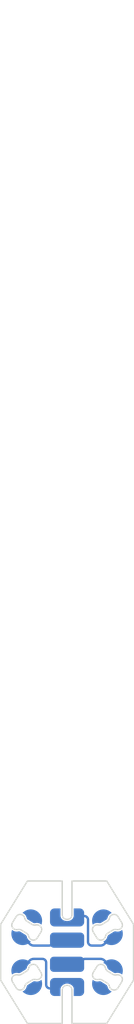
<source format=kicad_pcb>
(kicad_pcb (version 20241229) (generator "pcbnew") (generator_version "9.0")
  (layers (0 "F.Cu" signal) (2 "B.Cu" signal) (13 "F.Paste" user) (15 "B.Paste" user) (5 "F.SilkS" user "F.Silkscreen") (7 "B.SilkS" user "B.Silkscreen") (1 "F.Mask" user) (3 "B.Mask" user) (25 "Edge.Cuts" user))
  (net 0 "")
  (footprint "modules:v3.6-padauk_top" (layer "F.Cu") (at 0 0)
    (property "Reference" "" (at 0 0 0) (layer "F.SilkS") (effects (font (size 1.524 1.524))))
    (property "Value" "" (at 0 0 0) (layer "F.SilkS") (effects (font (size 1.524 1.524))))
    (fp_poly (pts (xy -1.324984 95.390043) (xy -1.370856 95.392209) (xy -1.415465 95.398575) (xy -1.458616 95.408945) (xy -1.500112 95.423125) (xy -1.539757 95.440917) (xy -1.577357 95.462126) (xy -1.612714 95.486557) (xy -1.645634 95.514013) (xy -1.67592 95.544299) (xy -1.703376 95.577219) (xy -1.727806 95.612576) (xy -1.749016 95.650175) (xy -1.766808 95.689821) (xy -1.780988 95.731317) (xy -1.791358 95.774468) (xy -1.797724 95.819077) (xy -1.79989 95.864949) (xy -1.79989 96.814761) (xy -1.797724 96.860639) (xy -1.791358 96.905263) (xy -1.780988 96.948436) (xy -1.766808 96.989962) (xy -1.749016 97.029644) (xy -1.727806 97.067283) (xy -1.703376 97.102683) (xy -1.67592 97.135648) (xy -1.645634 97.165979) (xy -1.612714 97.19348) (xy -1.577357 97.217954) (xy -1.539757 97.239203) (xy -1.500112 97.257031) (xy -1.458616 97.27124) (xy -1.415465 97.281634) (xy -1.370856 97.288014) (xy -1.324984 97.290185) (xy 1.324984 97.290185) (xy 1.370856 97.288014) (xy 1.415465 97.281634) (xy 1.458616 97.27124) (xy 1.500112 97.257031) (xy 1.539757 97.239203) (xy 1.577357 97.217954) (xy 1.612714 97.19348) (xy 1.645634 97.165979) (xy 1.67592 97.135648) (xy 1.703376 97.102683) (xy 1.727807 97.067283) (xy 1.749016 97.029644) (xy 1.766809 96.989962) (xy 1.780988 96.948436) (xy 1.791359 96.905263) (xy 1.797725 96.860639) (xy 1.79989 96.814761) (xy 1.79989 95.864949) (xy 1.797725 95.819077) (xy 1.791359 95.774468) (xy 1.780988 95.731317) (xy 1.766809 95.689821) (xy 1.749016 95.650175) (xy 1.727807 95.612576) (xy 1.703376 95.577219) (xy 1.67592 95.544299) (xy 1.645634 95.514013) (xy 1.612714 95.486557) (xy 1.577357 95.462126) (xy 1.539757 95.440917) (xy 1.500112 95.423125) (xy 1.458616 95.408945) (xy 1.415465 95.398575) (xy 1.370856 95.392209) (xy 1.324984 95.390043) (xy 0.699 95.390043) (xy 0.699 96.089001) (xy 0.698212 96.164949) (xy 0.68912 96.235998) (xy 0.672279 96.302146) (xy 0.648242 96.363395) (xy 0.617563 96.419743) (xy 0.580794 96.471192) (xy 0.538491 96.517741) (xy 0.491205 96.55939) (xy 0.439492 96.596139) (xy 0.383903 96.627988) (xy 0.324993 96.654938) (xy 0.263316 96.676987) (xy 0.199424 96.694137) (xy 0.133872 96.706386) (xy 0.067213 96.713736) (xy 0 96.716186) (xy -0.067213 96.713736) (xy -0.133872 96.706386) (xy -0.199424 96.694137) (xy -0.263316 96.676987) (xy -0.324993 96.654938) (xy -0.383903 96.627988) (xy -0.439491 96.596139) (xy -0.491205 96.55939) (xy -0.538491 96.517741) (xy -0.580794 96.471192) (xy -0.617563 96.419743) (xy -0.648242 96.363395) (xy -0.672279 96.302146) (xy -0.68912 96.235998) (xy -0.698212 96.164949) (xy -0.699 96.089001) (xy -0.699 95.390043) (xy -1.324984 95.390043)) (stroke (width 0.000001)) (fill yes) (layer "B.Cu"))
    (fp_poly (pts (xy -2.709395 102.89863) (xy -2.734361 102.920511) (xy -2.75959 102.942205) (xy -2.785947 102.963036) (xy -2.814299 102.98233) (xy -2.849547 103.002732) (xy -2.885694 103.020945) (xy -2.922646 103.036958) (xy -2.960309 103.050758) (xy -2.998589 103.062334) (xy -3.037391 103.071675) (xy -3.076622 103.078769) (xy -3.116188 103.083604) (xy -3.155995 103.086168) (xy -3.195949 103.086451) (xy -3.235955 103.08444) (xy -3.27592 103.080124) (xy -3.31575 103.073491) (xy -3.355351 103.06453) (xy -3.386516 103.058682) (xy -3.418947 103.055768) (xy -3.450843 103.055235) (xy -3.480408 103.05653) (xy -3.525518 103.064955) (xy -3.531051 103.06453) (xy -4.128947 103.4335) (xy -4.161633 103.457111) (xy -4.190659 103.484516) (xy -4.215708 103.515373) (xy -4.236463 103.549337) (xy -4.252607 103.586067) (xy -4.263823 103.62522) (xy -4.273525 103.664696) (xy -4.285441 103.703379) (xy -4.299513 103.741181) (xy -4.315684 103.778018) (xy -4.333896 103.813803) (xy -4.35409 103.848449) (xy -4.376209 103.88187) (xy -4.400195 103.913981) (xy -4.425991 103.944694) (xy -4.453538 103.973925) (xy -4.482778 104.001585) (xy -4.513654 104.027591) (xy -4.546108 104.051854) (xy -4.580082 104.07429) (xy -4.60982 104.090842) (xy -4.640033 104.104928) (xy -4.670502 104.117645) (xy -4.701005 104.13009) (xy -4.664455 104.167348) (xy -4.626569 104.202778) (xy -4.587414 104.236361) (xy -4.547056 104.268082) (xy -4.505563 104.297922) (xy -4.463003 104.325865) (xy -4.419441 104.351892) (xy -4.374947 104.375987) (xy -4.329587 104.398133) (xy -4.283428 104.418311) (xy -4.236537 104.436505) (xy -4.188981 104.452698) (xy -4.140829 104.466872) (xy -4.092147 104.479009) (xy -4.043001 104.489093) (xy -3.993461 104.497106) (xy -3.943592 104.503031) (xy -3.893462 104.506851) (xy -3.843138 104.508548) (xy -3.792687 104.508104) (xy -3.742177 104.505504) (xy -3.691675 104.500728) (xy -3.641248 104.493761) (xy -3.590963 104.484585) (xy -3.540888 104.473181) (xy -3.491089 104.459534) (xy -3.441634 104.443626) (xy -3.392591 104.425439) (xy -3.344025 104.404956) (xy -3.296006 104.38216) (xy -3.248599 104.357034) (xy -3.201872 104.32956) (xy -3.156376 104.300039) (xy -3.112674 104.268859) (xy -3.070781 104.236086) (xy -3.030712 104.201788) (xy -2.992481 104.166035) (xy -2.956103 104.128893) (xy -2.921594 104.09043) (xy -2.888968 104.050716) (xy -2.85824 104.009817) (xy -2.829424 103.967802) (xy -2.802536 103.924738) (xy -2.77759 103.880694) (xy -2.754602 103.835738) (xy -2.733585 103.789938) (xy -2.714555 103.74336) (xy -2.697527 103.696075) (xy -2.682515 103.648149) (xy -2.669535 103.599651) (xy -2.6586 103.550648) (xy -2.649727 103.501209) (xy -2.642929 103.451401) (xy -2.638222 103.401293) (xy -2.63562 103.350952) (xy -2.635139 103.300447) (xy -2.636793 103.249845) (xy -2.640596 103.199214) (xy -2.646564 103.148623) (xy -2.654712 103.09814) (xy -2.665054 103.047832) (xy -2.677606 102.997767) (xy -2.692381 102.948014) (xy -2.709395 102.89864) (xy -2.709395 102.89863)) (stroke (width 0.000001)) (fill yes) (layer "B.Cu"))
    (fp_poly (pts (xy 2.709395 102.89863) (xy 2.692381 102.948004) (xy 2.677606 102.997757) (xy 2.665054 103.047822) (xy 2.654712 103.09813) (xy 2.646564 103.148613) (xy 2.640596 103.199204) (xy 2.636792 103.249835) (xy 2.635139 103.300437) (xy 2.63562 103.350942) (xy 2.638222 103.401283) (xy 2.642929 103.451391) (xy 2.649727 103.501199) (xy 2.6586 103.550638) (xy 2.669534 103.599641) (xy 2.682515 103.648139) (xy 2.697527 103.696065) (xy 2.714555 103.74335) (xy 2.733585 103.789928) (xy 2.754601 103.835728) (xy 2.77759 103.880684) (xy 2.802536 103.924728) (xy 2.829424 103.967792) (xy 2.85824 104.009807) (xy 2.888968 104.050706) (xy 2.921594 104.09042) (xy 2.956103 104.128883) (xy 2.992481 104.166025) (xy 3.030711 104.201778) (xy 3.070781 104.236076) (xy 3.112674 104.268849) (xy 3.156376 104.300029) (xy 3.201872 104.32955) (xy 3.248598 104.357024) (xy 3.296005 104.38215) (xy 3.344025 104.404946) (xy 3.39259 104.425429) (xy 3.441634 104.443616) (xy 3.491089 104.459524) (xy 3.540888 104.473171) (xy 3.590963 104.484575) (xy 3.641248 104.493751) (xy 3.691675 104.500718) (xy 3.742177 104.505494) (xy 3.792687 104.508094) (xy 3.843138 104.508538) (xy 3.893462 104.506841) (xy 3.943592 104.503021) (xy 3.993461 104.497096) (xy 4.043002 104.489083) (xy 4.092147 104.478999) (xy 4.140829 104.466862) (xy 4.188982 104.452688) (xy 4.236537 104.436495) (xy 4.283428 104.418301) (xy 4.329587 104.398123) (xy 4.374947 104.375977) (xy 4.419442 104.351882) (xy 4.463003 104.325855) (xy 4.505563 104.297912) (xy 4.547056 104.268072) (xy 4.587414 104.236351) (xy 4.62657 104.202768) (xy 4.664456 104.167338) (xy 4.701006 104.13008) (xy 4.6705 104.117635) (xy 4.640031 104.104918) (xy 4.609819 104.090832) (xy 4.580082 104.07428) (xy 4.546109 104.051844) (xy 4.513655 104.027581) (xy 4.482778 104.001575) (xy 4.453538 103.973915) (xy 4.425991 103.944684) (xy 4.400196 103.913971) (xy 4.376209 103.88186) (xy 4.35409 103.848439) (xy 4.333896 103.813793) (xy 4.315684 103.778008) (xy 4.299513 103.741171) (xy 4.285441 103.703369) (xy 4.273525 103.664686) (xy 4.263822 103.62521) (xy 4.252607 103.586057) (xy 4.236463 103.549327) (xy 4.215708 103.515362) (xy 4.190659 103.484506) (xy 4.161633 103.457101) (xy 4.128947 103.43349) (xy 3.531051 103.06452) (xy 3.525518 103.06502) (xy 3.480408 103.05652) (xy 3.450843 103.055098) (xy 3.418946 103.055645) (xy 3.386516 103.058629) (xy 3.355351 103.06452) (xy 3.31575 103.073487) (xy 3.27592 103.080123) (xy 3.235955 103.084442) (xy 3.195948 103.086454) (xy 3.155995 103.086172) (xy 3.116188 103.083606) (xy 3.076622 103.07877) (xy 3.037391 103.071675) (xy 2.998589 103.062332) (xy 2.960309 103.050753) (xy 2.922646 103.036951) (xy 2.885694 103.020937) (xy 2.849547 103.002723) (xy 2.814298 102.98232) (xy 2.785947 102.963026) (xy 2.75959 102.942195) (xy 2.734361 102.920501) (xy 2.709395 102.89862) (xy 2.709395 102.89863)) (stroke (width 0.000001)) (fill yes) (layer "B.Cu"))
    (fp_poly (pts (xy -3.869014 95.491328) (xy -3.909486 95.493337) (xy -3.949808 95.496734) (xy -3.989945 95.501509) (xy -4.029864 95.507651) (xy -4.06953 95.51515) (xy -4.108911 95.523995) (xy -4.14797 95.534176) (xy -4.186675 95.545682) (xy -4.224991 95.558503) (xy -4.262885 95.572628) (xy -4.300321 95.588046) (xy -4.337267 95.604747) (xy -4.373688 95.622721) (xy -4.409549 95.641956) (xy -4.444818 95.662443) (xy -4.479459 95.68417) (xy -4.513439 95.707128) (xy -4.546723 95.731305) (xy -4.579278 95.756691) (xy -4.61107 95.783276) (xy -4.642063 95.811049) (xy -4.672225 95.839999) (xy -4.701522 95.870116) (xy -4.670896 95.882538) (xy -4.640288 95.895231) (xy -4.609937 95.909319) (xy -4.580082 95.925926) (xy -4.546089 95.948363) (xy -4.513623 95.972629) (xy -4.48274 95.998639) (xy -4.453497 96.026305) (xy -4.425951 96.055542) (xy -4.40016 96.086261) (xy -4.37618 96.118376) (xy -4.354069 96.151801) (xy -4.333882 96.186449) (xy -4.315678 96.222233) (xy -4.299513 96.259066) (xy -4.285444 96.296861) (xy -4.273528 96.335533) (xy -4.263822 96.374993) (xy -4.255577 96.405218) (xy -4.244419 96.434822) (xy -4.231205 96.462805) (xy -4.216796 96.488166) (xy -4.188084 96.525144) (xy -4.18579 96.531056) (xy -3.587895 96.900541) (xy -3.55211 96.919234) (xy -3.514476 96.93298) (xy -3.475487 96.941639) (xy -3.43564 96.945068) (xy -3.39543 96.943129) (xy -3.355351 96.935681) (xy -3.315735 96.926696) (xy -3.275892 96.920034) (xy -3.235916 96.915686) (xy -3.195902 96.913639) (xy -3.155943 96.913882) (xy -3.116133 96.916406) (xy -3.076567 96.921197) (xy -3.037337 96.928246) (xy -2.998538 96.937542) (xy -2.960265 96.949073) (xy -2.92261 96.962829) (xy -2.885668 96.978798) (xy -2.849533 96.996969) (xy -2.814299 97.017331) (xy -2.785947 97.03665) (xy -2.75959 97.057487) (xy -2.734362 97.079174) (xy -2.709395 97.101041) (xy -2.692405 97.051668) (xy -2.677651 97.001914) (xy -2.66512 96.951849) (xy -2.654795 96.90154) (xy -2.646663 96.851055) (xy -2.640709 96.800462) (xy -2.636917 96.74983) (xy -2.635274 96.699226) (xy -2.635764 96.648718) (xy -2.638372 96.598375) (xy -2.643085 96.548264) (xy -2.649886 96.498454) (xy -2.658762 96.449012) (xy -2.669697 96.400007) (xy -2.682677 96.351506) (xy -2.697687 96.303578) (xy -2.714712 96.25629) (xy -2.733737 96.209711) (xy -2.754748 96.163909) (xy -2.777731 96.118952) (xy -2.802669 96.074907) (xy -2.829548 96.031844) (xy -2.858355 95.989829) (xy -2.889073 95.948931) (xy -2.921688 95.909218) (xy -2.956185 95.870758) (xy -2.99255 95.83362) (xy -3.030768 95.79787) (xy -3.070824 95.763577) (xy -3.112703 95.730809) (xy -3.15639 95.699635) (xy -3.201872 95.670122) (xy -3.236867 95.649286) (xy -3.272254 95.629771) (xy -3.308007 95.611572) (xy -3.344097 95.59468) (xy -3.380496 95.579088) (xy -3.417175 95.564789) (xy -3.454107 95.551774) (xy -3.491264 95.540038) (xy -3.528617 95.529572) (xy -3.566139 95.520369) (xy -3.603801 95.512421) (xy -3.641576 95.505722) (xy -3.679435 95.500263) (xy -3.717351 95.496038) (xy -3.755294 95.493039) (xy -3.793238 95.491258) (xy -3.831154 95.490688) (xy -3.869014 95.491322) (xy -3.869014 95.491328)) (stroke (width 0.000001)) (fill yes) (layer "B.Cu"))
    (fp_poly (pts (xy -1.324984 102.71001) (xy -1.370856 102.712175) (xy -1.415465 102.718541) (xy -1.458616 102.728912) (xy -1.500112 102.743091) (xy -1.539757 102.760883) (xy -1.577357 102.782092) (xy -1.612714 102.806522) (xy -1.645634 102.833978) (xy -1.67592 102.864263) (xy -1.703376 102.897182) (xy -1.727806 102.932539) (xy -1.749016 102.970138) (xy -1.766808 103.009783) (xy -1.780988 103.051279) (xy -1.791358 103.094429) (xy -1.797724 103.139038) (xy -1.79989 103.18491) (xy -1.79989 104.13524) (xy -1.797724 104.181112) (xy -1.791358 104.225721) (xy -1.780988 104.268872) (xy -1.766808 104.310368) (xy -1.749016 104.350014) (xy -1.727806 104.387614) (xy -1.703376 104.422972) (xy -1.67592 104.455892) (xy -1.645634 104.486178) (xy -1.612714 104.513634) (xy -1.577357 104.538065) (xy -1.539757 104.559275) (xy -1.500112 104.577068) (xy -1.458616 104.591248) (xy -1.415465 104.601618) (xy -1.370856 104.607984) (xy -1.324984 104.61015) (xy -0.699 104.61015) (xy -0.699 103.91089) (xy -0.697163 103.86981) (xy -0.691764 103.829428) (xy -0.682969 103.789835) (xy -0.670946 103.751121) (xy -0.655861 103.713377) (xy -0.637883 103.676694) (xy -0.617177 103.641162) (xy -0.593911 103.606872) (xy -0.568252 103.573915) (xy -0.540367 103.542381) (xy -0.510424 103.512361) (xy -0.478588 103.483945) (xy -0.445028 103.457225) (xy -0.40991 103.43229) (xy -0.373402 103.409232) (xy -0.33567 103.388141) (xy -0.296882 103.369108) (xy -0.257204 103.352223) (xy -0.216805 103.337578) (xy -0.175849 103.325262) (xy -0.134506 103.315367) (xy -0.092942 103.307983) (xy -0.051324 103.3032) (xy -0.009818 103.30111) (xy 0.032909 103.301949) (xy 0.076224 103.305651) (xy 0.11989 103.312116) (xy 0.163671 103.321246) (xy 0.207329 103.332942) (xy 0.250629 103.347103) (xy 0.293333 103.363632) (xy 0.335206 103.38243) (xy 0.37601 103.403397) (xy 0.415509 103.426434) (xy 0.453467 103.451443) (xy 0.489646 103.478324) (xy 0.523811 103.506978) (xy 0.555725 103.537306) (xy 0.585151 103.56921) (xy 0.611852 103.60259) (xy 0.635593 103.637347) (xy 0.656136 103.673382) (xy 0.673245 103.710597) (xy 0.686684 103.748891) (xy 0.696215 103.788167) (xy 0.701602 103.828325) (xy 0.70261 103.869265) (xy 0.699 103.91089) (xy 0.699 104.61015) (xy 1.324984 104.61015) (xy 1.370856 104.607984) (xy 1.415465 104.601618) (xy 1.458616 104.591248) (xy 1.500112 104.577068) (xy 1.539757 104.559275) (xy 1.577357 104.538065) (xy 1.612714 104.513634) (xy 1.645634 104.486178) (xy 1.67592 104.455892) (xy 1.703376 104.422972) (xy 1.727807 104.387614) (xy 1.749016 104.350014) (xy 1.766809 104.310368) (xy 1.780988 104.268872) (xy 1.791359 104.225721) (xy 1.797725 104.181112) (xy 1.79989 104.13524) (xy 1.79989 103.18491) (xy 1.797725 103.139038) (xy 1.791359 103.094429) (xy 1.780988 103.051279) (xy 1.766809 103.009783) (xy 1.749016 102.970138) (xy 1.727807 102.932539) (xy 1.703376 102.897182) (xy 1.67592 102.864263) (xy 1.645634 102.833978) (xy 1.612714 102.806522) (xy 1.577357 102.782092) (xy 1.539757 102.760883) (xy 1.500112 102.743091) (xy 1.458616 102.728912) (xy 1.415465 102.718541) (xy 1.370856 102.712175) (xy 1.324984 102.71001) (xy -1.324984 102.71001)) (stroke (width 0.000001)) (fill yes) (layer "B.Cu"))
    (fp_poly (pts (xy 3.869014 95.491328) (xy 3.831154 95.490694) (xy 3.793238 95.491264) (xy 3.755294 95.493045) (xy 3.717351 95.496044) (xy 3.679435 95.500269) (xy 3.641576 95.505728) (xy 3.603801 95.512427) (xy 3.566139 95.520375) (xy 3.528617 95.529578) (xy 3.491264 95.540044) (xy 3.454107 95.55178) (xy 3.417175 95.564795) (xy 3.380496 95.579094) (xy 3.344097 95.594686) (xy 3.308007 95.611578) (xy 3.272254 95.629777) (xy 3.236867 95.649292) (xy 3.201872 95.670128) (xy 3.156389 95.699641) (xy 3.112701 95.730815) (xy 3.070822 95.763583) (xy 3.030765 95.797876) (xy 2.992547 95.833626) (xy 2.956181 95.870764) (xy 2.921684 95.909224) (xy 2.889068 95.948937) (xy 2.85835 95.989835) (xy 2.829544 96.03185) (xy 2.802664 96.074913) (xy 2.777726 96.118958) (xy 2.754744 96.163915) (xy 2.733733 96.209717) (xy 2.714708 96.256296) (xy 2.697683 96.303584) (xy 2.682673 96.351512) (xy 2.669693 96.400013) (xy 2.658759 96.449018) (xy 2.649883 96.49846) (xy 2.643082 96.54827) (xy 2.63837 96.598381) (xy 2.635762 96.648725) (xy 2.635272 96.699232) (xy 2.636916 96.749837) (xy 2.640708 96.800469) (xy 2.646663 96.851062) (xy 2.654795 96.901547) (xy 2.665119 96.951856) (xy 2.677651 97.001921) (xy 2.692405 97.051674) (xy 2.709395 97.101048) (xy 2.734361 97.079176) (xy 2.75959 97.057491) (xy 2.785947 97.036656) (xy 2.814299 97.017338) (xy 2.849533 96.996976) (xy 2.885668 96.978804) (xy 2.92261 96.962836) (xy 2.960265 96.949081) (xy 2.998538 96.93755) (xy 3.037337 96.928254) (xy 3.076567 96.921205) (xy 3.116133 96.916414) (xy 3.155943 96.913891) (xy 3.195902 96.913647) (xy 3.235917 96.915694) (xy 3.275892 96.920043) (xy 3.315735 96.926704) (xy 3.355351 96.935688) (xy 3.39543 96.943136) (xy 3.43564 96.945075) (xy 3.475488 96.941646) (xy 3.514476 96.932987) (xy 3.55211 96.919241) (xy 3.587895 96.900548) (xy 4.185791 96.531061) (xy 4.188088 96.525148) (xy 4.216801 96.488171) (xy 4.231211 96.462811) (xy 4.244426 96.43483) (xy 4.255585 96.405225) (xy 4.263831 96.374999) (xy 4.273537 96.335539) (xy 4.285453 96.296867) (xy 4.299522 96.259072) (xy 4.315687 96.222239) (xy 4.333891 96.186455) (xy 4.354078 96.151807) (xy 4.376189 96.118382) (xy 4.400169 96.086266) (xy 4.42596 96.055547) (xy 4.453505 96.026311) (xy 4.482748 95.998645) (xy 4.513631 95.972635) (xy 4.546098 95.948368) (xy 4.580091 95.925932) (xy 4.609946 95.909327) (xy 4.640297 95.895241) (xy 4.670904 95.882548) (xy 4.70153 95.870122) (xy 4.672232 95.840005) (xy 4.642069 95.811055) (xy 4.611075 95.783282) (xy 4.579282 95.756698) (xy 4.546727 95.731312) (xy 4.513442 95.707135) (xy 4.479461 95.684178) (xy 4.44482 95.662451) (xy 4.409551 95.641965) (xy 4.373689 95.62273) (xy 4.337268 95.604757) (xy 4.300322 95.588057) (xy 4.262885 95.572639) (xy 4.224992 95.558514) (xy 4.186675 95.545694) (xy 4.14797 95.534187) (xy 4.108911 95.524006) (xy 4.06953 95.515161) (xy 4.029864 95.507661) (xy 3.989945 95.501518) (xy 3.949808 95.496742) (xy 3.909486 95.493344) (xy 3.869015 95.491334) (xy 3.869014 95.491328)) (stroke (width 0.000001)) (fill yes) (layer "B.Cu"))
    (fp_poly (pts (xy -3.505729 100.57422) (xy -3.54746 100.575402) (xy -3.588586 100.57885) (xy -3.629051 100.5845) (xy -3.6688 100.592291) (xy -3.707776 100.60216) (xy -3.745923 100.614044) (xy -3.783185 100.62788) (xy -3.819506 100.643605) (xy -3.85483 100.661158) (xy -3.8891 100.680474) (xy -3.922261 100.701492) (xy -3.954256 100.72415) (xy -3.98503 100.748383) (xy -4.014526 100.77413) (xy -4.042689 100.801328) (xy -4.069461 100.829914) (xy -4.094787 100.859826) (xy -4.118612 100.891) (xy -4.15513 100.872471) (xy -4.192184 100.8552) (xy -4.229739 100.839199) (xy -4.267759 100.824478) (xy -4.306211 100.81105) (xy -4.345057 100.798923) (xy -4.384264 100.78811) (xy -4.423795 100.778622) (xy -4.463617 100.770469) (xy -4.503694 100.763663) (xy -4.54399 100.758214) (xy -4.58447 100.754134) (xy -4.6251 100.751433) (xy -4.665844 100.750122) (xy -4.706667 100.750212) (xy -4.747533 100.751715) (xy -4.788409 100.754642) (xy -4.829258 100.759002) (xy -4.870045 100.764808) (xy -4.910736 100.77207) (xy -4.951294 100.7808) (xy -4.991686 100.791007) (xy -5.031875 100.802704) (xy -5.071827 100.815901) (xy -5.111507 100.830609) (xy -5.150878 100.846839) (xy -5.189907 100.864602) (xy -5.228558 100.883909) (xy -5.266796 100.904772) (xy -5.304586 100.9272) (xy -5.349842 100.95656) (xy -5.393322 100.987566) (xy -5.435011 101.020151) (xy -5.474893 101.054248) (xy -5.512956 101.089789) (xy -5.549184 101.126707) (xy -5.583562 101.164936) (xy -5.616077 101.204408) (xy -5.646714 101.245057) (xy -5.675458 101.286815) (xy -5.702294 101.329615) (xy -5.72721 101.37339) (xy -5.750188 101.418073) (xy -5.771217 101.463597) (xy -5.79028 101.509895) (xy -5.807363 101.5569) (xy -5.822453 101.604544) (xy -5.835534 101.652762) (xy -5.846591 101.701484) (xy -5.855611 101.750646) (xy -5.862579 101.800178) (xy -5.867481 101.850015) (xy -5.870301 101.90009) (xy -5.871026 101.950334) (xy -5.869641 102.000682) (xy -5.866131 102.051066) (xy -5.860482 102.101418) (xy -5.85268 102.151673) (xy -5.84271 102.201763) (xy -5.830557 102.25162) (xy -5.816207 102.301178) (xy -5.799646 102.35037) (xy -5.77473 102.329392) (xy -5.748433 102.309481) (xy -5.720581 102.29097) (xy -5.683964 102.269539) (xy -5.646774 102.25021) (xy -5.609094 102.232985) (xy -5.571006 102.217869) (xy -5.532592 102.204865) (xy -5.493933 102.193976) (xy -5.455111 102.185206) (xy -5.416209 102.17856) (xy -5.377309 102.174039) (xy -5.338491 102.171649) (xy -5.299839 102.171391) (xy -5.261434 102.173271) (xy -5.223359 102.177292) (xy -5.185694 102.183457) (xy -5.148523 102.19177) (xy -5.108097 102.199209) (xy -5.067757 102.201118) (xy -5.027939 102.197632) (xy -4.989079 102.188889) (xy -4.951614 102.175022) (xy -4.915979 102.15617) (xy -4.379061 101.82441) (xy -4.34633 101.801031) (xy -4.317344 101.773881) (xy -4.292369 101.743242) (xy -4.271672 101.709395) (xy -4.255522 101.672621) (xy -4.244185 101.6332) (xy -4.234376 101.593688) (xy -4.222341 101.554974) (xy -4.208139 101.517143) (xy -4.191831 101.48028) (xy -4.173474 101.44447) (xy -4.153128 101.409799) (xy -4.130853 101.376351) (xy -4.106707 101.344212) (xy -4.080749 101.313466) (xy -4.053039 101.284199) (xy -4.023636 101.256496) (xy -3.992599 101.230442) (xy -3.959986 101.206121) (xy -3.925859 101.18362) (xy -3.896635 101.167365) (xy -3.866932 101.153558) (xy -3.836978 101.141081) (xy -3.807003 101.12882) (xy -3.832634 101.10304) (xy -3.858652 101.077758) (xy -3.885199 101.053206) (xy -3.912422 101.02962) (xy -3.888125 100.999547) (xy -3.861707 100.971389) (xy -3.833283 100.945278) (xy -3.802964 100.921349) (xy -3.770864 100.899734) (xy -3.737094 100.880568) (xy -3.701768 100.863983) (xy -3.664998 100.850115) (xy -3.626896 100.839096) (xy -3.587576 100.831059) (xy -3.547149 100.82614) (xy -3.505729 100.82447) (xy -2.605526 100.82447) (xy -2.560547 100.828042) (xy -2.517991 100.838393) (xy -2.478401 100.85498) (xy -2.442322 100.877257) (xy -2.410299 100.904679) (xy -2.382876 100.936701) (xy -2.3606 100.97278) (xy -2.344013 101.012369) (xy -2.333662 101.054924) (xy -2.33009 101.0999) (xy -2.33009 103.41036) (xy -2.328147 103.455451) (xy -2.322426 103.499526) (xy -2.313089 103.542422) (xy -2.3003 103.583977) (xy -2.284219 103.624029) (xy -2.265011 103.662414) (xy -2.242837 103.698971) (xy -2.217859 103.733538) (xy -2.190241 103.765951) (xy -2.160144 103.796048) (xy -2.127731 103.823666) (xy -2.093164 103.848644) (xy -2.056606 103.870819) (xy -2.01822 103.890028) (xy -1.978167 103.906109) (xy -1.93661 103.918899) (xy -1.893712 103.928236) (xy -1.849635 103.933957) (xy -1.804541 103.9359) (xy -1.804541 103.68579) (xy -1.849519 103.682218) (xy -1.892075 103.671866) (xy -1.931666 103.655278) (xy -1.967745 103.633001) (xy -1.999768 103.605578) (xy -2.02719 103.573554) (xy -2.049467 103.537476) (xy -2.066053 103.497887) (xy -2.076405 103.455334) (xy -2.079976 103.41036) (xy -2.079976 101.0999) (xy -2.081919 101.054806) (xy -2.08764 101.010729) (xy -2.096977 100.967831) (xy -2.109767 100.926274) (xy -2.125847 100.886221) (xy -2.145055 100.847835) (xy -2.167229 100.811277) (xy -2.192207 100.77671) (xy -2.219826 100.744297) (xy -2.249923 100.7142) (xy -2.282336 100.686581) (xy -2.316902 100.661604) (xy -2.35346 100.639429) (xy -2.391847 100.620221) (xy -2.431899 100.60414) (xy -2.473456 100.591351) (xy -2.516354 100.582014) (xy -2.560432 100.576293) (xy -2.605526 100.57435) (xy -3.505729 100.57422)) (stroke (width 0.000001)) (fill yes) (layer "B.Cu"))
    (fp_poly (pts (xy 1.804541 96.064418) (xy 1.804541 96.314534) (xy 1.84952 96.318105) (xy 1.892076 96.328457) (xy 1.931666 96.345043) (xy 1.967745 96.36732) (xy 1.999768 96.394742) (xy 2.027191 96.426765) (xy 2.049467 96.462843) (xy 2.066054 96.502433) (xy 2.076405 96.54499) (xy 2.079976 96.589968) (xy 2.079976 98.900423) (xy 2.08192 98.945516) (xy 2.087641 98.989593) (xy 2.096977 99.032491) (xy 2.109767 99.074048) (xy 2.125847 99.114101) (xy 2.145056 99.152487) (xy 2.16723 99.189045) (xy 2.192208 99.223611) (xy 2.219826 99.256024) (xy 2.249923 99.286121) (xy 2.282336 99.31374) (xy 2.316903 99.338717) (xy 2.353461 99.360892) (xy 2.391847 99.3801) (xy 2.4319 99.396181) (xy 2.473457 99.40897) (xy 2.516355 99.418307) (xy 2.560432 99.424028) (xy 2.605526 99.425971) (xy 3.505729 99.425971) (xy 3.547503 99.424816) (xy 3.588673 99.421385) (xy 3.629182 99.415741) (xy 3.668974 99.407949) (xy 3.707992 99.398072) (xy 3.74618 99.386172) (xy 3.783482 99.372313) (xy 3.81984 99.356558) (xy 3.855198 99.338971) (xy 3.889501 99.319615) (xy 3.922691 99.298553) (xy 3.954712 99.275848) (xy 3.985508 99.251565) (xy 4.015022 99.225766) (xy 4.043197 99.198514) (xy 4.069978 99.169873) (xy 4.095307 99.139906) (xy 4.119128 99.108677) (xy 4.155641 99.127193) (xy 4.192687 99.144451) (xy 4.230233 99.160441) (xy 4.268242 99.175151) (xy 4.30668 99.188571) (xy 4.345511 99.20069) (xy 4.384702 99.211496) (xy 4.424216 99.220979) (xy 4.46402 99.229127) (xy 4.504076 99.23593) (xy 4.544352 99.241377) (xy 4.584812 99.245456) (xy 4.62542 99.248157) (xy 4.666142 99.249468) (xy 4.706942 99.249379) (xy 4.747786 99.247878) (xy 4.788639 99.244955) (xy 4.829466 99.240599) (xy 4.870231 99.234798) (xy 4.9109 99.227542) (xy 4.951438 99.218819) (xy 4.991809 99.208618) (xy 5.031978 99.19693) (xy 5.071912 99.183741) (xy 5.111573 99.169043) (xy 5.150929 99.152822) (xy 5.189943 99.13507) (xy 5.22858 99.115774) (xy 5.266806 99.094923) (xy 5.304586 99.072507) (xy 5.350066 99.042995) (xy 5.39375 99.011824) (xy 5.435623 98.979063) (xy 5.47567 98.944778) (xy 5.513878 98.909038) (xy 5.55023 98.871911) (xy 5.584713 98.833465) (xy 5.617312 98.793767) (xy 5.648012 98.752886) (xy 5.6768 98.710889) (xy 5.703659 98.667844) (xy 5.728576 98.623819) (xy 5.751536 98.578883) (xy 5.772525 98.533102) (xy 5.791527 98.486545) (xy 5.808529 98.43928) (xy 5.823515 98.391374) (xy 5.836472 98.342896) (xy 5.847384 98.293913) (xy 5.856237 98.244493) (xy 5.863016 98.194704) (xy 5.867706 98.144615) (xy 5.870294 98.094292) (xy 5.870764 98.043805) (xy 5.869103 97.99322) (xy 5.865294 97.942605) (xy 5.859324 97.892029) (xy 5.851179 97.84156) (xy 5.840843 97.791264) (xy 5.828301 97.741211) (xy 5.813541 97.691468) (xy 5.796546 97.642103) (xy 5.771564 97.664149) (xy 5.746364 97.685973) (xy 5.720029 97.70692) (xy 5.691642 97.726333) (xy 5.656274 97.746767) (xy 5.619992 97.764995) (xy 5.582893 97.781007) (xy 5.545073 97.794795) (xy 5.50663 97.806351) (xy 5.46766 97.815666) (xy 5.428259 97.822732) (xy 5.388524 97.82754) (xy 5.348552 97.830081) (xy 5.30844 97.830347) (xy 5.268285 97.82833) (xy 5.228182 97.824021) (xy 5.188229 97.817411) (xy 5.148522 97.808493) (xy 5.108118 97.801017) (xy 5.067786 97.799017) (xy 5.027966 97.802386) (xy 4.989099 97.811016) (xy 4.951623 97.824801) (xy 4.915978 97.843633) (xy 4.37906 98.175913) (xy 4.346328 98.199302) (xy 4.31734 98.22646) (xy 4.292364 98.257103) (xy 4.271668 98.29095) (xy 4.255519 98.327715) (xy 4.244185 98.367117) (xy 4.234987 98.404094) (xy 4.223616 98.440531) (xy 4.210119 98.476358) (xy 4.194539 98.511508) (xy 4.176921 98.545911) (xy 4.15731 98.579499) (xy 4.13575 98.612203) (xy 4.112286 98.643954) (xy 4.086963 98.674683) (xy 4.059825 98.704322) (xy 4.030916 98.732802) (xy 4.000282 98.760054) (xy 3.967966 98.786009) (xy 3.934014 98.810599) (xy 3.89847 98.833754) (xy 3.870769 98.849891) (xy 3.842684 98.864367) (xy 3.814238 98.877164) (xy 3.838361 98.901196) (xy 3.862695 98.924927) (xy 3.887476 98.948031) (xy 3.91294 98.970184) (xy 3.888643 99.000338) (xy 3.862214 99.028571) (xy 3.833768 99.054749) (xy 3.803418 99.07874) (xy 3.771278 99.100409) (xy 3.737462 99.119623) (xy 3.702083 99.136247) (xy 3.665255 99.150149) (xy 3.627092 99.161195) (xy 3.587708 99.16925) (xy 3.547216 99.174181) (xy 3.505729 99.175854) (xy 2.605526 99.175854) (xy 2.560547 99.172283) (xy 2.517991 99.161931) (xy 2.4784 99.145345) (xy 2.442321 99.123068) (xy 2.410298 99.095646) (xy 2.382876 99.063623) (xy 2.3606 99.027545) (xy 2.344013 98.987955) (xy 2.333662 98.945398) (xy 2.33009 98.90042) (xy 2.33009 96.589965) (xy 2.328147 96.544872) (xy 2.322426 96.500795) (xy 2.31309 96.457897) (xy 2.3003 96.41634) (xy 2.28422 96.376287) (xy 2.265011 96.337901) (xy 2.242837 96.301343) (xy 2.217859 96.266776) (xy 2.19024 96.234363) (xy 2.160143 96.204266) (xy 2.12773 96.176647) (xy 2.093164 96.151669) (xy 2.056606 96.129495) (xy 2.018219 96.110286) (xy 1.978167 96.094206) (xy 1.93661 96.081416) (xy 1.893712 96.072079) (xy 1.849635 96.066358) (xy 1.804541 96.064415) (xy 1.804541 96.064418)) (stroke (width 0.000001)) (fill yes) (layer "B.Cu"))
    (fp_poly (pts (xy -1.399914 100.46984) (xy -1.443618 100.472178) (xy -1.485929 100.479033) (xy -1.526606 100.490163) (xy -1.56541 100.50533) (xy -1.602101 100.524291) (xy -1.636437 100.546809) (xy -1.668179 100.572641) (xy -1.697087 100.601548) (xy -1.722919 100.633289) (xy -1.745437 100.667625) (xy -1.764399 100.704315) (xy -1.779566 100.743119) (xy -1.790697 100.783796) (xy -1.797552 100.826106) (xy -1.79989 100.86981) (xy -1.79989 101.66976) (xy -1.797552 101.71347) (xy -1.790697 101.755799) (xy -1.779566 101.796505) (xy -1.764399 101.835346) (xy -1.745437 101.87208) (xy -1.722919 101.906464) (xy -1.697087 101.938256) (xy -1.668179 101.967215) (xy -1.636437 101.993098) (xy -1.602101 102.015664) (xy -1.56541 102.034669) (xy -1.526606 102.049873) (xy -1.485929 102.061032) (xy -1.443618 102.067905) (xy -1.399914 102.07025) (xy 1.399915 102.07025) (xy 1.443618 102.067905) (xy 1.485929 102.061032) (xy 1.526607 102.049873) (xy 1.565411 102.034669) (xy 1.602101 102.015664) (xy 1.636437 101.993098) (xy 1.668179 101.967215) (xy 1.697087 101.938256) (xy 1.72292 101.906464) (xy 1.745437 101.87208) (xy 1.7644 101.835346) (xy 1.779566 101.796505) (xy 1.790697 101.755799) (xy 1.797552 101.71347) (xy 1.79989 101.66976) (xy 1.79989 100.86981) (xy 1.7973 100.84501) (xy 1.830491 100.833777) (xy 1.865531 100.826743) (xy 1.902203 100.82431) (xy 3.505724 100.82431) (xy 3.547144 100.825979) (xy 3.587571 100.830899) (xy 3.626891 100.838934) (xy 3.664993 100.849953) (xy 3.701763 100.863821) (xy 3.737089 100.880405) (xy 3.770859 100.899572) (xy 3.802959 100.921187) (xy 3.833278 100.945118) (xy 3.861702 100.971231) (xy 3.88812 100.999393) (xy 3.912418 101.02947) (xy 3.885195 101.053056) (xy 3.858647 101.077608) (xy 3.83263 101.10289) (xy 3.806998 101.12867) (xy 3.836973 101.140931) (xy 3.866927 101.153408) (xy 3.89663 101.167215) (xy 3.925854 101.18347) (xy 3.959982 101.205964) (xy 3.992594 101.230264) (xy 4.023631 101.256286) (xy 4.053034 101.283948) (xy 4.080744 101.313167) (xy 4.106702 101.34386) (xy 4.130848 101.375945) (xy 4.153123 101.409338) (xy 4.173469 101.443956) (xy 4.191825 101.479717) (xy 4.208134 101.516538) (xy 4.222336 101.554336) (xy 4.234371 101.593027) (xy 4.24418 101.63253) (xy 4.25552 101.671988) (xy 4.271671 101.708857) (xy 4.292367 101.742828) (xy 4.317341 101.773589) (xy 4.346326 101.800833) (xy 4.379056 101.82425) (xy 4.915974 102.15602) (xy 4.95161 102.174662) (xy 4.989075 102.188387) (xy 5.027935 102.197045) (xy 5.067753 102.200487) (xy 5.108092 102.198562) (xy 5.148518 102.19112) (xy 5.185689 102.182803) (xy 5.223354 102.176648) (xy 5.261429 102.17265) (xy 5.299834 102.170803) (xy 5.338486 102.171101) (xy 5.377304 102.173539) (xy 5.416204 102.178111) (xy 5.455106 102.184811) (xy 5.493928 102.193633) (xy 5.532587 102.204572) (xy 5.571001 102.217622) (xy 5.60909 102.232778) (xy 5.646769 102.250033) (xy 5.683959 102.269382) (xy 5.720576 102.29082) (xy 5.748429 102.309376) (xy 5.774724 102.329264) (xy 5.799636 102.35022) (xy 5.816198 102.301029) (xy 5.830548 102.251472) (xy 5.842701 102.201615) (xy 5.852671 102.151526) (xy 5.860473 102.101272) (xy 5.866122 102.050919) (xy 5.869632 102.000536) (xy 5.871017 101.950188) (xy 5.870292 101.899944) (xy 5.867472 101.84987) (xy 5.862571 101.800033) (xy 5.855603 101.7505) (xy 5.846582 101.701339) (xy 5.835525 101.652616) (xy 5.822444 101.604398) (xy 5.807354 101.556754) (xy 5.790271 101.509749) (xy 5.771208 101.463451) (xy 5.750179 101.417926) (xy 5.7272 101.373243) (xy 5.702285 101.329467) (xy 5.675449 101.286667) (xy 5.646705 101.244909) (xy 5.616068 101.20426) (xy 5.583553 101.164787) (xy 5.549175 101.126558) (xy 5.512947 101.089639) (xy 5.474885 101.054098) (xy 5.435002 101.020001) (xy 5.393313 100.987416) (xy 5.349834 100.95641) (xy 5.304578 100.92705) (xy 5.266788 100.904627) (xy 5.22855 100.883771) (xy 5.189899 100.864468) (xy 5.15087 100.84671) (xy 5.111498 100.830484) (xy 5.071819 100.81578) (xy 5.031867 100.802586) (xy 4.991678 100.790892) (xy 4.951286 100.780687) (xy 4.910727 100.77196) (xy 4.870037 100.7647) (xy 4.82925 100.758896) (xy 4.788401 100.754536) (xy 4.747525 100.75161) (xy 4.706659 100.750108) (xy 4.665836 100.750017) (xy 4.625092 100.751327) (xy 4.584462 100.754027) (xy 4.543982 100.758106) (xy 4.503686 100.763553) (xy 4.463609 100.770357) (xy 4.423788 100.778507) (xy 4.384256 100.787993) (xy 4.345049 100.798802) (xy 4.306203 100.810925) (xy 4.267752 100.824349) (xy 4.229731 100.839065) (xy 4.192176 100.855061) (xy 4.155122 100.872326) (xy 4.118604 100.89085) (xy 4.094779 100.859674) (xy 4.069453 100.829758) (xy 4.042681 100.801166) (xy 4.014519 100.77396) (xy 3.985022 100.748205) (xy 3.954249 100.723962) (xy 3.922253 100.701295) (xy 3.889092 100.680268) (xy 3.854822 100.660944) (xy 3.819498 100.643385) (xy 3.783177 100.627656) (xy 3.745915 100.613818) (xy 3.707768 100.601936) (xy 3.668792 100.592073) (xy 3.629043 100.584291) (xy 3.588578 100.578655) (xy 3.547452 100.575227) (xy 3.505721 100.57407) (xy 1.902202 100.57407) (xy 1.867569 100.575231) (xy 1.833541 100.578659) (xy 1.800184 100.58427) (xy 1.767563 100.591981) (xy 1.735746 100.601709) (xy 1.704798 100.61337) (xy 1.679102 100.58553) (xy 1.650969 100.560154) (xy 1.620566 100.537458) (xy 1.588061 100.51766) (xy 1.553624 100.500976) (xy 1.517421 100.487622) (xy 1.479622 100.477815) (xy 1.440395 100.471772) (xy 1.399907 100.46971) (xy -1.399914 100.46984)) (stroke (width 0.000001)) (fill yes) (layer "B.Cu"))
    (fp_poly (pts (xy -5.796545 97.642102) (xy -5.81354 97.691467) (xy -5.828301 97.74121) (xy -5.840842 97.791263) (xy -5.851178 97.841559) (xy -5.859324 97.892028) (xy -5.865294 97.942604) (xy -5.869102 97.993219) (xy -5.870764 98.043804) (xy -5.870293 98.094291) (xy -5.867705 98.144614) (xy -5.863014 98.194703) (xy -5.856235 98.244492) (xy -5.847382 98.293912) (xy -5.83647 98.342895) (xy -5.823514 98.391373) (xy -5.808527 98.439279) (xy -5.791526 98.486544) (xy -5.772523 98.533101) (xy -5.751535 98.578882) (xy -5.728574 98.623818) (xy -5.703657 98.667843) (xy -5.676798 98.710888) (xy -5.648011 98.752885) (xy -5.61731 98.793766) (xy -5.584711 98.833464) (xy -5.550229 98.87191) (xy -5.513876 98.909037) (xy -5.475669 98.944777) (xy -5.435622 98.979062) (xy -5.393749 99.011823) (xy -5.350066 99.042994) (xy -5.304586 99.072506) (xy -5.266792 99.094931) (xy -5.228551 99.11579) (xy -5.189897 99.135096) (xy -5.150866 99.152857) (xy -5.111492 99.169087) (xy -5.071812 99.183794) (xy -5.031859 99.196991) (xy -4.99167 99.208688) (xy -4.951278 99.218896) (xy -4.91072 99.227627) (xy -4.870031 99.23489) (xy -4.829245 99.240697) (xy -4.788397 99.245059) (xy -4.747523 99.247987) (xy -4.706658 99.249491) (xy -4.665837 99.249583) (xy -4.625095 99.248274) (xy -4.584467 99.245573) (xy -4.543988 99.241493) (xy -4.503694 99.236045) (xy -4.463619 99.229238) (xy -4.423798 99.221084) (xy -4.384268 99.211595) (xy -4.345062 99.20078) (xy -4.306215 99.188651) (xy -4.267764 99.175219) (xy -4.229743 99.160495) (xy -4.192187 99.144489) (xy -4.155132 99.127212) (xy -4.118612 99.108676) (xy -4.094791 99.139878) (xy -4.069469 99.169824) (xy -4.042702 99.198449) (xy -4.014546 99.22569) (xy -3.985057 99.251483) (xy -3.954289 99.275763) (xy -3.9223 99.298468) (xy -3.889145 99.319533) (xy -3.85488 99.338895) (xy -3.81956 99.35649) (xy -3.783241 99.372253) (xy -3.745979 99.386122) (xy -3.70783 99.398032) (xy -3.668849 99.40792) (xy -3.629093 99.415721) (xy -3.588617 99.421373) (xy -3.547477 99.42481) (xy -3.505729 99.42597) (xy -1.902209 99.42597) (xy -1.867666 99.424761) (xy -1.833731 99.421216) (xy -1.800468 99.415461) (xy -1.767938 99.40762) (xy -1.736202 99.397818) (xy -1.705322 99.38618) (xy -1.679617 99.414115) (xy -1.651458 99.439542) (xy -1.621015 99.462252) (xy -1.588457 99.482038) (xy -1.553956 99.498693) (xy -1.51768 99.512008) (xy -1.479802 99.521776) (xy -1.44049 99.527789) (xy -1.399914 99.52984) (xy 1.399915 99.52984) (xy 1.443618 99.527502) (xy 1.485929 99.520647) (xy 1.526607 99.509516) (xy 1.565411 99.49435) (xy 1.602101 99.475387) (xy 1.636437 99.45287) (xy 1.668179 99.427037) (xy 1.697087 99.39813) (xy 1.72292 99.366388) (xy 1.745437 99.332051) (xy 1.7644 99.295361) (xy 1.779566 99.256557) (xy 1.790697 99.215879) (xy 1.797552 99.173568) (xy 1.79989 99.129864) (xy 1.79989 98.329913) (xy 1.797552 98.28621) (xy 1.790697 98.243899) (xy 1.779566 98.203222) (xy 1.7644 98.164418) (xy 1.745437 98.127728) (xy 1.72292 98.093392) (xy 1.697087 98.06165) (xy 1.668179 98.032743) (xy 1.636437 98.00691) (xy 1.602101 97.984392) (xy 1.565411 97.96543) (xy 1.526607 97.950264) (xy 1.485929 97.939133) (xy 1.443618 97.932278) (xy 1.399915 97.92994) (xy -1.399914 97.92994) (xy -1.443618 97.932278) (xy -1.485929 97.939133) (xy -1.526606 97.950264) (xy -1.56541 97.96543) (xy -1.602101 97.984392) (xy -1.636437 98.00691) (xy -1.668179 98.032743) (xy -1.697087 98.06165) (xy -1.722919 98.093392) (xy -1.745437 98.127728) (xy -1.764399 98.164418) (xy -1.779566 98.203222) (xy -1.790697 98.243899) (xy -1.797552 98.28621) (xy -1.79989 98.329913) (xy -1.79989 99.129865) (xy -1.7973 99.154655) (xy -1.830491 99.166015) (xy -1.86553 99.173285) (xy -1.902203 99.175845) (xy -3.505729 99.175845) (xy -3.547215 99.174172) (xy -3.587708 99.169241) (xy -3.627092 99.161186) (xy -3.665255 99.150141) (xy -3.702083 99.136239) (xy -3.737462 99.119615) (xy -3.771278 99.100401) (xy -3.803418 99.078732) (xy -3.833768 99.054741) (xy -3.862214 99.028562) (xy -3.888642 99.000328) (xy -3.912939 98.970174) (xy -3.887475 98.948021) (xy -3.862694 98.924917) (xy -3.83836 98.901186) (xy -3.814237 98.877154) (xy -3.842684 98.864371) (xy -3.870769 98.849894) (xy -3.89847 98.833744) (xy -3.934014 98.810589) (xy -3.967967 98.785999) (xy -4.000282 98.760044) (xy -4.030917 98.732792) (xy -4.059825 98.704312) (xy -4.086964 98.674673) (xy -4.112287 98.643944) (xy -4.135751 98.612193) (xy -4.157311 98.579489) (xy -4.176922 98.545901) (xy -4.19454 98.511497) (xy -4.21012 98.476347) (xy -4.223617 98.44052) (xy -4.234987 98.404083) (xy -4.244186 98.367106) (xy -4.255519 98.327705) (xy -4.271668 98.290939) (xy -4.292364 98.257093) (xy -4.31734 98.22645) (xy -4.346328 98.199292) (xy -4.379061 98.175903) (xy -4.915979 97.843623) (xy -4.951624 97.824824) (xy -4.989099 97.811044) (xy -5.027966 97.802402) (xy -5.067786 97.799016) (xy -5.108118 97.801003) (xy -5.148523 97.808483) (xy -5.18823 97.817399) (xy -5.228182 97.824007) (xy -5.268285 97.828315) (xy -5.308441 97.830331) (xy -5.348553 97.830065) (xy -5.388524 97.827523) (xy -5.428259 97.822716) (xy -5.46766 97.81565) (xy -5.50663 97.806336) (xy -5.545074 97.794781) (xy -5.582893 97.780993) (xy -5.619992 97.764982) (xy -5.656274 97.746756) (xy -5.691643 97.726323) (xy -5.720031 97.706906) (xy -5.746367 97.685959) (xy -5.771566 97.664137) (xy -5.796546 97.642093) (xy -5.796545 97.642102)) (stroke (width 0.000001)) (fill yes) (layer "B.Cu"))
    (fp_line (start -7.000089 97.060225) (end -7.000089 102.93997) (stroke (width 0.141421)) (layer "Edge.Cuts"))
    (fp_line (start -7.000089 102.93997) (end -4.180106 107.4999) (stroke (width 0.141421)) (layer "Edge.Cuts"))
    (fp_line (start -5.831113 102.847698) (end -5.829682 102.811113) (stroke (width 0.141421)) (layer "Edge.Cuts"))
    (fp_line (start -5.830972 97.149734) (end -5.828068 97.118083) (stroke (width 0.141421)) (layer "Edge.Cuts"))
    (fp_line (start -5.829979 97.183319) (end -5.830972 97.149734) (stroke (width 0.141421)) (layer "Edge.Cuts"))
    (fp_line (start -5.829682 102.811113) (end -5.823983 102.772988) (stroke (width 0.141421)) (layer "Edge.Cuts"))
    (fp_line (start -5.828068 97.118083) (end -5.818865 97.065491) (stroke (width 0.141421)) (layer "Edge.Cuts"))
    (fp_line (start -5.828068 102.88213) (end -5.831113 102.847698) (stroke (width 0.141421)) (layer "Edge.Cuts"))
    (fp_line (start -5.825176 97.218401) (end -5.829979 97.183319) (stroke (width 0.141421)) (layer "Edge.Cuts"))
    (fp_line (start -5.823983 102.772988) (end -5.814222 102.733935) (stroke (width 0.141421)) (layer "Edge.Cuts"))
    (fp_line (start -5.818865 97.065491) (end -5.809272 97.020398) (stroke (width 0.141421)) (layer "Edge.Cuts"))
    (fp_line (start -5.818768 102.934821) (end -5.828068 102.88213) (stroke (width 0.141421)) (layer "Edge.Cuts"))
    (fp_line (start -5.816652 97.254547) (end -5.825176 97.218401) (stroke (width 0.141421)) (layer "Edge.Cuts"))
    (fp_line (start -5.814222 102.733935) (end -5.800604 102.694564) (stroke (width 0.141421)) (layer "Edge.Cuts"))
    (fp_line (start -5.809272 97.020398) (end -5.799118 96.981675) (stroke (width 0.141421)) (layer "Edge.Cuts"))
    (fp_line (start -5.809106 102.979981) (end -5.818768 102.934821) (stroke (width 0.141421)) (layer "Edge.Cuts"))
    (fp_line (start -5.804491 97.291319) (end -5.816652 97.254547) (stroke (width 0.141421)) (layer "Edge.Cuts"))
    (fp_line (start -5.800604 102.694564) (end -5.783337 102.655489) (stroke (width 0.141421)) (layer "Edge.Cuts"))
    (fp_line (start -5.799118 96.981675) (end -5.788235 96.948197) (stroke (width 0.141421)) (layer "Edge.Cuts"))
    (fp_line (start -5.798915 103.018736) (end -5.809106 102.979981) (stroke (width 0.141421)) (layer "Edge.Cuts"))
    (fp_line (start -5.788782 97.328283) (end -5.804491 97.291319) (stroke (width 0.141421)) (layer "Edge.Cuts"))
    (fp_line (start -5.788235 96.948197) (end -5.776454 96.918837) (stroke (width 0.141421)) (layer "Edge.Cuts"))
    (fp_line (start -5.788028 103.052213) (end -5.798915 103.018736) (stroke (width 0.141421)) (layer "Edge.Cuts"))
    (fp_line (start -5.783337 102.655489) (end -5.762626 102.61732) (stroke (width 0.141421)) (layer "Edge.Cuts"))
    (fp_line (start -5.776454 96.918837) (end -5.763605 96.892469) (stroke (width 0.141421)) (layer "Edge.Cuts"))
    (fp_line (start -5.776277 103.081538) (end -5.788028 103.052213) (stroke (width 0.141421)) (layer "Edge.Cuts"))
    (fp_line (start -5.76961 97.365002) (end -5.788782 97.328283) (stroke (width 0.141421)) (layer "Edge.Cuts"))
    (fp_line (start -5.763605 96.892469) (end -5.74952 96.867967) (stroke (width 0.141421)) (layer "Edge.Cuts"))
    (fp_line (start -5.763497 103.107838) (end -5.776277 103.081538) (stroke (width 0.141421)) (layer "Edge.Cuts"))
    (fp_line (start -5.762626 102.61732) (end -5.738678 102.580669) (stroke (width 0.141421)) (layer "Edge.Cuts"))
    (fp_line (start -5.74952 96.867967) (end -5.372799 96.258703) (stroke (width 0.141421)) (layer "Edge.Cuts"))
    (fp_line (start -5.74952 103.13224) (end -5.763497 103.107838) (stroke (width 0.141421)) (layer "Edge.Cuts"))
    (fp_line (start -5.747063 97.40104) (end -5.76961 97.365002) (stroke (width 0.141421)) (layer "Edge.Cuts"))
    (fp_line (start -5.738678 102.580669) (end -5.7117 102.546147) (stroke (width 0.141421)) (layer "Edge.Cuts"))
    (fp_line (start -5.721228 97.435963) (end -5.747063 97.40104) (stroke (width 0.141421)) (layer "Edge.Cuts"))
    (fp_line (start -5.7117 102.546147) (end -5.681897 102.514368) (stroke (width 0.141421)) (layer "Edge.Cuts"))
    (fp_line (start -5.692191 97.469334) (end -5.721228 97.435963) (stroke (width 0.141421)) (layer "Edge.Cuts"))
    (fp_line (start -5.681897 102.514368) (end -5.649476 102.485941) (stroke (width 0.141421)) (layer "Edge.Cuts"))
    (fp_line (start -5.660039 97.500718) (end -5.692191 97.469334) (stroke (width 0.141421)) (layer "Edge.Cuts"))
    (fp_line (start -5.649476 102.485941) (end -5.614644 102.46148) (stroke (width 0.141421)) (layer "Edge.Cuts"))
    (fp_line (start -5.62486 97.529679) (end -5.660039 97.500718) (stroke (width 0.141421)) (layer "Edge.Cuts"))
    (fp_line (start -5.614644 102.46148) (end -5.575488 102.438856) (stroke (width 0.141421)) (layer "Edge.Cuts"))
    (fp_line (start -5.586739 97.555781) (end -5.62486 97.529679) (stroke (width 0.141421)) (layer "Edge.Cuts"))
    (fp_line (start -5.575488 102.438856) (end -5.536513 102.419546) (stroke (width 0.141421)) (layer "Edge.Cuts"))
    (fp_line (start -5.551156 97.575794) (end -5.586739 97.555781) (stroke (width 0.141421)) (layer "Edge.Cuts"))
    (fp_line (start -5.536513 102.419546) (end -5.497741 102.403489) (stroke (width 0.141421)) (layer "Edge.Cuts"))
    (fp_line (start -5.514323 97.592726) (end -5.551156 97.575794) (stroke (width 0.141421)) (layer "Edge.Cuts"))
    (fp_line (start -5.497741 102.403489) (end -5.459195 102.390626) (stroke (width 0.141421)) (layer "Edge.Cuts"))
    (fp_line (start -5.47643 97.606555) (end -5.514323 97.592726) (stroke (width 0.141421)) (layer "Edge.Cuts"))
    (fp_line (start -5.459195 102.390626) (end -5.420899 102.380896) (stroke (width 0.141421)) (layer "Edge.Cuts"))
    (fp_line (start -5.43767 97.617261) (end -5.47643 97.606555) (stroke (width 0.141421)) (layer "Edge.Cuts"))
    (fp_line (start -5.420899 102.380896) (end -5.382874 102.37424) (stroke (width 0.141421)) (layer "Edge.Cuts"))
    (fp_line (start -5.398235 97.624821) (end -5.43767 97.617261) (stroke (width 0.141421)) (layer "Edge.Cuts"))
    (fp_line (start -5.382874 102.37424) (end -5.345143 102.370599) (stroke (width 0.141421)) (layer "Edge.Cuts"))
    (fp_line (start -5.372799 96.258703) (end -5.357168 96.235059) (stroke (width 0.141421)) (layer "Edge.Cuts"))
    (fp_line (start -5.372799 103.74151) (end -5.74952 103.13224) (stroke (width 0.141421)) (layer "Edge.Cuts"))
    (fp_line (start -5.358314 97.629215) (end -5.398235 97.624821) (stroke (width 0.141421)) (layer "Edge.Cuts"))
    (fp_line (start -5.357168 96.235059) (end -5.339312 96.211667) (stroke (width 0.141421)) (layer "Edge.Cuts"))
    (fp_line (start -5.357165 103.765158) (end -5.372799 103.74151) (stroke (width 0.141421)) (layer "Edge.Cuts"))
    (fp_line (start -5.345143 102.370599) (end -5.307729 102.369912) (stroke (width 0.141421)) (layer "Edge.Cuts"))
    (fp_line (start -5.339312 96.211667) (end -5.318304 96.187878) (stroke (width 0.141421)) (layer "Edge.Cuts"))
    (fp_line (start -5.339307 103.788547) (end -5.357165 103.765158) (stroke (width 0.141421)) (layer "Edge.Cuts"))
    (fp_line (start -5.318304 96.187878) (end -5.293214 96.163043) (stroke (width 0.141421)) (layer "Edge.Cuts"))
    (fp_line (start -5.318297 103.812329) (end -5.339307 103.788547) (stroke (width 0.141421)) (layer "Edge.Cuts"))
    (fp_line (start -5.318101 97.63042) (end -5.358314 97.629215) (stroke (width 0.141421)) (layer "Edge.Cuts"))
    (fp_line (start -5.307729 102.369912) (end -5.270654 102.37212) (stroke (width 0.141421)) (layer "Edge.Cuts"))
    (fp_line (start -5.293214 96.163043) (end -5.263116 96.136513) (stroke (width 0.141421)) (layer "Edge.Cuts"))
    (fp_line (start -5.293206 103.837157) (end -5.318297 103.812329) (stroke (width 0.141421)) (layer "Edge.Cuts"))
    (fp_line (start -5.277785 97.628415) (end -5.318101 97.63042) (stroke (width 0.141421)) (layer "Edge.Cuts"))
    (fp_line (start -5.270654 102.37212) (end -5.233942 102.377162) (stroke (width 0.141421)) (layer "Edge.Cuts"))
    (fp_line (start -5.263116 96.136513) (end -5.22708 96.107637) (stroke (width 0.141421)) (layer "Edge.Cuts"))
    (fp_line (start -5.263108 103.863682) (end -5.293206 103.837157) (stroke (width 0.141421)) (layer "Edge.Cuts"))
    (fp_line (start -5.23756 97.623179) (end -5.277785 97.628415) (stroke (width 0.141421)) (layer "Edge.Cuts"))
    (fp_line (start -5.233942 102.377162) (end -5.197615 102.38498) (stroke (width 0.141421)) (layer "Edge.Cuts"))
    (fp_line (start -5.22708 96.107637) (end -5.18418 96.075767) (stroke (width 0.141421)) (layer "Edge.Cuts"))
    (fp_line (start -5.227075 103.892559) (end -5.263108 103.863682) (stroke (width 0.141421)) (layer "Edge.Cuts"))
    (fp_line (start -5.197616 97.614691) (end -5.23756 97.623179) (stroke (width 0.141421)) (layer "Edge.Cuts"))
    (fp_line (start -5.197615 102.38498) (end -5.157713 102.393448) (stroke (width 0.141421)) (layer "Edge.Cuts"))
    (fp_line (start -5.18418 96.075767) (end -5.154791 96.057692) (stroke (width 0.141421)) (layer "Edge.Cuts"))
    (fp_line (start -5.18418 103.92444) (end -5.227075 103.892559) (stroke (width 0.141421)) (layer "Edge.Cuts"))
    (fp_line (start -5.157713 97.606213) (end -5.197616 97.614691) (stroke (width 0.141421)) (layer "Edge.Cuts"))
    (fp_line (start -5.157713 102.393448) (end -5.117604 102.398654) (stroke (width 0.141421)) (layer "Edge.Cuts"))
    (fp_line (start -5.157191 103.941215) (end -5.18418 103.92444) (stroke (width 0.141421)) (layer "Edge.Cuts"))
    (fp_line (start -5.154791 96.057692) (end -5.121394 96.042737) (stroke (width 0.141421)) (layer "Edge.Cuts"))
    (fp_line (start -5.126732 103.955369) (end -5.157191 103.941215) (stroke (width 0.141421)) (layer "Edge.Cuts"))
    (fp_line (start -5.121394 96.042737) (end -5.084521 96.031042) (stroke (width 0.141421)) (layer "Edge.Cuts"))
    (fp_line (start -5.117605 97.601) (end -5.157713 97.606213) (stroke (width 0.141421)) (layer "Edge.Cuts"))
    (fp_line (start -5.117604 102.398654) (end -5.077472 102.400627) (stroke (width 0.141421)) (layer "Edge.Cuts"))
    (fp_line (start -5.093231 103.966783) (end -5.126732 103.955369) (stroke (width 0.141421)) (layer "Edge.Cuts"))
    (fp_line (start -5.084521 96.031042) (end -5.044702 96.022743) (stroke (width 0.141421)) (layer "Edge.Cuts"))
    (fp_line (start -5.077472 97.599022) (end -5.117605 97.601) (stroke (width 0.141421)) (layer "Edge.Cuts"))
    (fp_line (start -5.077472 102.400627) (end -5.037495 102.399401) (stroke (width 0.141421)) (layer "Edge.Cuts"))
    (fp_line (start -5.057116 103.97534) (end -5.093231 103.966783) (stroke (width 0.141421)) (layer "Edge.Cuts"))
    (fp_line (start -5.044702 96.022743) (end -5.002469 96.017979) (stroke (width 0.141421)) (layer "Edge.Cuts"))
    (fp_line (start -5.037496 97.600247) (end -5.077472 97.599022) (stroke (width 0.141421)) (layer "Edge.Cuts"))
    (fp_line (start -5.037495 102.399401) (end -4.997857 102.395005) (stroke (width 0.141421)) (layer "Edge.Cuts"))
    (fp_line (start -5.018815 103.98092) (end -5.057116 103.97534) (stroke (width 0.141421)) (layer "Edge.Cuts"))
    (fp_line (start -5.002469 96.017979) (end -4.958354 96.016887) (stroke (width 0.141421)) (layer "Edge.Cuts"))
    (fp_line (start -4.997858 97.604642) (end -5.037496 97.600247) (stroke (width 0.141421)) (layer "Edge.Cuts"))
    (fp_line (start -4.997857 102.395005) (end -4.958738 102.387471) (stroke (width 0.141421)) (layer "Edge.Cuts"))
    (fp_line (start -4.978754 103.983407) (end -5.018815 103.98092) (stroke (width 0.141421)) (layer "Edge.Cuts"))
    (fp_line (start -4.958738 97.612177) (end -4.997858 97.604642) (stroke (width 0.141421)) (layer "Edge.Cuts"))
    (fp_line (start -4.958738 102.387471) (end -4.920319 102.376831) (stroke (width 0.141421)) (layer "Edge.Cuts"))
    (fp_line (start -4.958354 96.016887) (end -4.92433 96.018586) (stroke (width 0.141421)) (layer "Edge.Cuts"))
    (fp_line (start -4.937361 103.982681) (end -4.978754 103.983407) (stroke (width 0.141421)) (layer "Edge.Cuts"))
    (fp_line (start -4.92433 96.018586) (end -4.889617 96.022602) (stroke (width 0.141421)) (layer "Edge.Cuts"))
    (fp_line (start -4.920319 97.622821) (end -4.958738 97.612177) (stroke (width 0.141421)) (layer "Edge.Cuts"))
    (fp_line (start -4.920319 102.376831) (end -4.882781 102.363114) (stroke (width 0.141421)) (layer "Edge.Cuts"))
    (fp_line (start -4.895064 103.978624) (end -4.937361 103.982681) (stroke (width 0.141421)) (layer "Edge.Cuts"))
    (fp_line (start -4.889617 96.022602) (end -4.854272 96.02911) (stroke (width 0.141421)) (layer "Edge.Cuts"))
    (fp_line (start -4.882782 97.63654) (end -4.920319 97.622821) (stroke (width 0.141421)) (layer "Edge.Cuts"))
    (fp_line (start -4.882781 102.363114) (end -4.846306 102.346354) (stroke (width 0.141421)) (layer "Edge.Cuts"))
    (fp_line (start -4.854272 96.02911) (end -4.81835 96.038289) (stroke (width 0.141421)) (layer "Edge.Cuts"))
    (fp_line (start -4.852291 103.971118) (end -4.895064 103.978624) (stroke (width 0.141421)) (layer "Edge.Cuts"))
    (fp_line (start -4.846307 97.653304) (end -4.882782 97.63654) (stroke (width 0.141421)) (layer "Edge.Cuts"))
    (fp_line (start -4.846306 102.346354) (end -4.811076 102.32658) (stroke (width 0.141421)) (layer "Edge.Cuts"))
    (fp_line (start -4.81835 96.038289) (end -4.781908 96.050316) (stroke (width 0.141421)) (layer "Edge.Cuts"))
    (fp_line (start -4.811076 97.673081) (end -4.846307 97.653304) (stroke (width 0.141421)) (layer "Edge.Cuts"))
    (fp_line (start -4.811076 102.32658) (end -4.273641 101.9943) (stroke (width 0.141421)) (layer "Edge.Cuts"))
    (fp_line (start -4.809469 103.960045) (end -4.852291 103.971118) (stroke (width 0.141421)) (layer "Edge.Cuts"))
    (fp_line (start -4.781908 96.050316) (end -4.745002 96.065366) (stroke (width 0.141421)) (layer "Edge.Cuts"))
    (fp_line (start -4.767025 103.945286) (end -4.809469 103.960045) (stroke (width 0.141421)) (layer "Edge.Cuts"))
    (fp_line (start -4.745002 96.065366) (end -4.707689 96.083618) (stroke (width 0.141421)) (layer "Edge.Cuts"))
    (fp_line (start -4.725388 103.926724) (end -4.767025 103.945286) (stroke (width 0.141421)) (layer "Edge.Cuts"))
    (fp_line (start -4.707689 96.083618) (end -4.670026 96.105247) (stroke (width 0.141421)) (layer "Edge.Cuts"))
    (fp_line (start -4.684985 103.90424) (end -4.725388 103.926724) (stroke (width 0.141421)) (layer "Edge.Cuts"))
    (fp_line (start -4.670026 96.105247) (end -4.640372 96.125524) (stroke (width 0.141421)) (layer "Edge.Cuts"))
    (fp_line (start -4.651291 103.881431) (end -4.684985 103.90424) (stroke (width 0.141421)) (layer "Edge.Cuts"))
    (fp_line (start -4.640372 96.125524) (end -4.612061 96.148796) (stroke (width 0.141421)) (layer "Edge.Cuts"))
    (fp_line (start -4.619771 103.856134) (end -4.651291 103.881431) (stroke (width 0.141421)) (layer "Edge.Cuts"))
    (fp_line (start -4.612061 96.148796) (end -4.585298 96.174844) (stroke (width 0.141421)) (layer "Edge.Cuts"))
    (fp_line (start -4.590535 103.828513) (end -4.619771 103.856134) (stroke (width 0.141421)) (layer "Edge.Cuts"))
    (fp_line (start -4.585298 96.174844) (end -4.56029 96.203446) (stroke (width 0.141421)) (layer "Edge.Cuts"))
    (fp_line (start -4.563695 103.798732) (end -4.590535 103.828513) (stroke (width 0.141421)) (layer "Edge.Cuts"))
    (fp_line (start -4.56029 96.203446) (end -4.537244 96.234382) (stroke (width 0.141421)) (layer "Edge.Cuts"))
    (fp_line (start -4.53936 103.766954) (end -4.563695 103.798732) (stroke (width 0.141421)) (layer "Edge.Cuts"))
    (fp_line (start -4.537244 96.234382) (end -4.516365 96.267432) (stroke (width 0.141421)) (layer "Edge.Cuts"))
    (fp_line (start -4.517643 103.733343) (end -4.53936 103.766954) (stroke (width 0.141421)) (layer "Edge.Cuts"))
    (fp_line (start -4.516365 96.267432) (end -4.497861 96.302374) (stroke (width 0.141421)) (layer "Edge.Cuts"))
    (fp_line (start -4.498654 103.698063) (end -4.517643 103.733343) (stroke (width 0.141421)) (layer "Edge.Cuts"))
    (fp_line (start -4.497861 96.302374) (end -4.481937 96.338987) (stroke (width 0.141421)) (layer "Edge.Cuts"))
    (fp_line (start -4.482503 103.661279) (end -4.498654 103.698063) (stroke (width 0.141421)) (layer "Edge.Cuts"))
    (fp_line (start -4.481937 96.338987) (end -4.4688 96.377052) (stroke (width 0.141421)) (layer "Edge.Cuts"))
    (fp_line (start -4.469301 103.623153) (end -4.482503 103.661279) (stroke (width 0.141421)) (layer "Edge.Cuts"))
    (fp_line (start -4.4688 96.377052) (end -4.458656 96.416348) (stroke (width 0.141421)) (layer "Edge.Cuts"))
    (fp_line (start -4.459159 103.58385) (end -4.469301 103.623153) (stroke (width 0.141421)) (layer "Edge.Cuts"))
    (fp_line (start -4.458656 96.416348) (end -4.447311 96.459861) (stroke (width 0.141421)) (layer "Edge.Cuts"))
    (fp_line (start -4.449046 103.544564) (end -4.459159 103.58385) (stroke (width 0.141421)) (layer "Edge.Cuts"))
    (fp_line (start -4.447311 96.459861) (end -4.432742 96.501544) (stroke (width 0.141421)) (layer "Edge.Cuts"))
    (fp_line (start -4.435913 103.506515) (end -4.449046 103.544564) (stroke (width 0.141421)) (layer "Edge.Cuts"))
    (fp_line (start -4.432742 96.501544) (end -4.415553 96.540902) (stroke (width 0.141421)) (layer "Edge.Cuts"))
    (fp_line (start -4.419869 103.469852) (end -4.435913 103.506515) (stroke (width 0.141421)) (layer "Edge.Cuts"))
    (fp_line (start -4.415553 96.540902) (end -4.396348 96.577441) (stroke (width 0.141421)) (layer "Edge.Cuts"))
    (fp_line (start -4.401026 103.434722) (end -4.419869 103.469852) (stroke (width 0.141421)) (layer "Edge.Cuts"))
    (fp_line (start -4.396348 96.577441) (end -4.37573 96.610666) (stroke (width 0.141421)) (layer "Edge.Cuts"))
    (fp_line (start -4.379495 103.401276) (end -4.401026 103.434722) (stroke (width 0.141421)) (layer "Edge.Cuts"))
    (fp_line (start -4.37573 96.610666) (end -4.354304 96.640084) (stroke (width 0.141421)) (layer "Edge.Cuts"))
    (fp_line (start -4.355387 103.369662) (end -4.379495 103.401276) (stroke (width 0.141421)) (layer "Edge.Cuts"))
    (fp_line (start -4.354304 96.640084) (end -4.332673 96.6652) (stroke (width 0.141421)) (layer "Edge.Cuts"))
    (fp_line (start -4.332673 96.6652) (end -4.31144 96.68552) (stroke (width 0.141421)) (layer "Edge.Cuts"))
    (fp_line (start -4.328813 103.340027) (end -4.355387 103.369662) (stroke (width 0.141421)) (layer "Edge.Cuts"))
    (fp_line (start -4.31144 96.68552) (end -4.291211 96.70055) (stroke (width 0.141421)) (layer "Edge.Cuts"))
    (fp_line (start -4.299883 103.312521) (end -4.328813 103.340027) (stroke (width 0.141421)) (layer "Edge.Cuts"))
    (fp_line (start -4.291211 96.70055) (end -3.692281 97.071589) (stroke (width 0.141421)) (layer "Edge.Cuts"))
    (fp_line (start -4.273641 101.9943) (end -4.240189 101.971638) (stroke (width 0.141421)) (layer "Edge.Cuts"))
    (fp_line (start -4.273124 98.005361) (end -4.811076 97.673081) (stroke (width 0.141421)) (layer "Edge.Cuts"))
    (fp_line (start -4.268708 103.287293) (end -4.299883 103.312521) (stroke (width 0.141421)) (layer "Edge.Cuts"))
    (fp_line (start -4.240189 101.971638) (end -4.208866 101.94653) (stroke (width 0.141421)) (layer "Edge.Cuts"))
    (fp_line (start -4.239687 98.028035) (end -4.273124 98.005361) (stroke (width 0.141421)) (layer "Edge.Cuts"))
    (fp_line (start -4.2354 103.26449) (end -4.268708 103.287293) (stroke (width 0.141421)) (layer "Edge.Cuts"))
    (fp_line (start -4.208866 101.94653) (end -4.179784 101.91912) (stroke (width 0.141421)) (layer "Edge.Cuts"))
    (fp_line (start -4.208402 98.053181) (end -4.239687 98.028035) (stroke (width 0.141421)) (layer "Edge.Cuts"))
    (fp_line (start -4.180106 92.499779) (end -7.000089 97.060225) (stroke (width 0.141421)) (layer "Edge.Cuts"))
    (fp_line (start -4.180106 107.4999) (end -0.515731 107.4999) (stroke (width 0.141421)) (layer "Edge.Cuts"))
    (fp_line (start -4.179784 101.91912) (end -4.153054 101.889552) (stroke (width 0.141421)) (layer "Edge.Cuts"))
    (fp_line (start -4.179377 98.080649) (end -4.208402 98.053181) (stroke (width 0.141421)) (layer "Edge.Cuts"))
    (fp_line (start -4.153054 101.889552) (end -4.128787 101.857971) (stroke (width 0.141421)) (layer "Edge.Cuts"))
    (fp_line (start -4.152716 98.110287) (end -4.179377 98.080649) (stroke (width 0.141421)) (layer "Edge.Cuts"))
    (fp_line (start -4.128787 101.857971) (end -4.107097 101.824523) (stroke (width 0.141421)) (layer "Edge.Cuts"))
    (fp_line (start -4.128525 98.141944) (end -4.152716 98.110287) (stroke (width 0.141421)) (layer "Edge.Cuts"))
    (fp_line (start -4.107097 101.824523) (end -4.088094 101.78935) (stroke (width 0.141421)) (layer "Edge.Cuts"))
    (fp_line (start -4.10691 98.17547) (end -4.128525 98.141944) (stroke (width 0.141421)) (layer "Edge.Cuts"))
    (fp_line (start -4.088094 101.78935) (end -4.071891 101.7526) (stroke (width 0.141421)) (layer "Edge.Cuts"))
    (fp_line (start -4.087978 98.210713) (end -4.10691 98.17547) (stroke (width 0.141421)) (layer "Edge.Cuts"))
    (fp_line (start -4.071891 101.7526) (end -4.0586 101.714414) (stroke (width 0.141421)) (layer "Edge.Cuts"))
    (fp_line (start -4.071834 98.247523) (end -4.087978 98.210713) (stroke (width 0.141421)) (layer "Edge.Cuts"))
    (fp_line (start -4.0586 101.714414) (end -4.048331 101.67494) (stroke (width 0.141421)) (layer "Edge.Cuts"))
    (fp_line (start -4.058583 98.285749) (end -4.071834 98.247523) (stroke (width 0.141421)) (layer "Edge.Cuts"))
    (fp_line (start -4.048332 98.325239) (end -4.058583 98.285749) (stroke (width 0.141421)) (layer "Edge.Cuts"))
    (fp_line (start -4.048331 101.67494) (end -4.038056 101.635407) (stroke (width 0.141421)) (layer "Edge.Cuts"))
    (fp_line (start -4.039094 98.361226) (end -4.048332 98.325239) (stroke (width 0.141421)) (layer "Edge.Cuts"))
    (fp_line (start -4.038056 101.635407) (end -4.024739 101.597066) (stroke (width 0.141421)) (layer "Edge.Cuts"))
    (fp_line (start -4.027202 98.396301) (end -4.039094 98.361226) (stroke (width 0.141421)) (layer "Edge.Cuts"))
    (fp_line (start -4.024739 101.597066) (end -4.008486 101.560081) (stroke (width 0.141421)) (layer "Edge.Cuts"))
    (fp_line (start -4.012613 98.430419) (end -4.027202 98.396301) (stroke (width 0.141421)) (layer "Edge.Cuts"))
    (fp_line (start -4.008486 101.560081) (end -3.989404 101.524618) (stroke (width 0.141421)) (layer "Edge.Cuts"))
    (fp_line (start -3.995282 98.463538) (end -4.012613 98.430419) (stroke (width 0.141421)) (layer "Edge.Cuts"))
    (fp_line (start -3.989404 101.524618) (end -3.9676 101.49084) (stroke (width 0.141421)) (layer "Edge.Cuts"))
    (fp_line (start -3.975166 98.495613) (end -3.995282 98.463538) (stroke (width 0.141421)) (layer "Edge.Cuts"))
    (fp_line (start -3.9676 101.49084) (end -3.94318 101.458913) (stroke (width 0.141421)) (layer "Edge.Cuts"))
    (fp_line (start -3.952223 98.526602) (end -3.975166 98.495613) (stroke (width 0.141421)) (layer "Edge.Cuts"))
    (fp_line (start -3.94318 101.458913) (end -3.91625 101.429) (stroke (width 0.141421)) (layer "Edge.Cuts"))
    (fp_line (start -3.926408 98.55646) (end -3.952223 98.526602) (stroke (width 0.141421)) (layer "Edge.Cuts"))
    (fp_line (start -3.91625 101.429) (end -3.886918 101.401268) (stroke (width 0.141421)) (layer "Edge.Cuts"))
    (fp_line (start -3.897679 98.585144) (end -3.926408 98.55646) (stroke (width 0.141421)) (layer "Edge.Cuts"))
    (fp_line (start -3.886918 101.401268) (end -3.85529 101.375879) (stroke (width 0.141421)) (layer "Edge.Cuts"))
    (fp_line (start -3.865991 98.612611) (end -3.897679 98.585144) (stroke (width 0.141421)) (layer "Edge.Cuts"))
    (fp_line (start -3.85529 101.375879) (end -3.821472 101.353) (stroke (width 0.141421)) (layer "Edge.Cuts"))
    (fp_line (start -3.831301 98.638817) (end -3.865991 98.612611) (stroke (width 0.141421)) (layer "Edge.Cuts"))
    (fp_line (start -3.821472 101.353) (end -3.788751 101.334474) (stroke (width 0.141421)) (layer "Edge.Cuts"))
    (fp_line (start -3.793567 98.663718) (end -3.831301 98.638817) (stroke (width 0.141421)) (layer "Edge.Cuts"))
    (fp_line (start -3.788751 101.334474) (end -3.755147 101.318531) (stroke (width 0.141421)) (layer "Edge.Cuts"))
    (fp_line (start -3.756117 98.683939) (end -3.793567 98.663718) (stroke (width 0.141421)) (layer "Edge.Cuts"))
    (fp_line (start -3.755147 101.318531) (end -3.720894 101.30511) (stroke (width 0.141421)) (layer "Edge.Cuts"))
    (fp_line (start -3.720894 101.30511) (end -3.686226 101.29415) (stroke (width 0.141421)) (layer "Edge.Cuts"))
    (fp_line (start -3.716192 98.700222) (end -3.756117 98.683939) (stroke (width 0.141421)) (layer "Edge.Cuts"))
    (fp_line (start -3.692281 97.071589) (end -3.656981 97.091168) (stroke (width 0.141421)) (layer "Edge.Cuts"))
    (fp_line (start -3.686226 101.29415) (end -3.651378 101.28559) (stroke (width 0.141421)) (layer "Edge.Cuts"))
    (fp_line (start -3.674432 98.712657) (end -3.716192 98.700222) (stroke (width 0.141421)) (layer "Edge.Cuts"))
    (fp_line (start -3.656981 97.091168) (end -3.620451 97.107733) (stroke (width 0.141421)) (layer "Edge.Cuts"))
    (fp_line (start -3.651378 101.28559) (end -3.616585 101.279369) (stroke (width 0.141421)) (layer "Edge.Cuts"))
    (fp_line (start -3.635954 102.89441) (end -4.2354 103.26449) (stroke (width 0.141421)) (layer "Edge.Cuts"))
    (fp_line (start -3.631479 98.721334) (end -3.674432 98.712657) (stroke (width 0.141421)) (layer "Edge.Cuts"))
    (fp_line (start -3.620451 97.107733) (end -3.582877 97.121254) (stroke (width 0.141421)) (layer "Edge.Cuts"))
    (fp_line (start -3.616585 101.279369) (end -3.582082 101.275426) (stroke (width 0.141421)) (layer "Edge.Cuts"))
    (fp_line (start -3.61346 102.883037) (end -3.635954 102.89441) (stroke (width 0.141421)) (layer "Edge.Cuts"))
    (fp_line (start -3.587973 98.726345) (end -3.631479 98.721334) (stroke (width 0.141421)) (layer "Edge.Cuts"))
    (fp_line (start -3.585781 102.873132) (end -3.61346 102.883037) (stroke (width 0.141421)) (layer "Edge.Cuts"))
    (fp_line (start -3.582877 97.121254) (end -3.544444 97.131706) (stroke (width 0.141421)) (layer "Edge.Cuts"))
    (fp_line (start -3.582082 101.275426) (end -3.548103 101.2737) (stroke (width 0.141421)) (layer "Edge.Cuts"))
    (fp_line (start -3.55363 102.865014) (end -3.585781 102.873132) (stroke (width 0.141421)) (layer "Edge.Cuts"))
    (fp_line (start -3.548103 101.2737) (end -3.510128 101.274387) (stroke (width 0.141421)) (layer "Edge.Cuts"))
    (fp_line (start -3.544555 98.727778) (end -3.587973 98.726345) (stroke (width 0.141421)) (layer "Edge.Cuts"))
    (fp_line (start -3.544444 97.131706) (end -3.505339 97.139062) (stroke (width 0.141421)) (layer "Edge.Cuts"))
    (fp_line (start -3.517722 102.859001) (end -3.55363 102.865014) (stroke (width 0.141421)) (layer "Edge.Cuts"))
    (fp_line (start -3.510128 101.274387) (end -3.472995 101.278294) (stroke (width 0.141421)) (layer "Edge.Cuts"))
    (fp_line (start -3.505339 97.139062) (end -3.465749 97.143292) (stroke (width 0.141421)) (layer "Edge.Cuts"))
    (fp_line (start -3.501864 98.725725) (end -3.544555 98.727778) (stroke (width 0.141421)) (layer "Edge.Cuts"))
    (fp_line (start -3.478769 102.855415) (end -3.517722 102.859001) (stroke (width 0.141421)) (layer "Edge.Cuts"))
    (fp_line (start -3.472995 101.278294) (end -3.436564 101.285613) (stroke (width 0.141421)) (layer "Edge.Cuts"))
    (fp_line (start -3.465749 97.143292) (end -3.42586 97.144372) (stroke (width 0.141421)) (layer "Edge.Cuts"))
    (fp_line (start -3.460543 98.720275) (end -3.501864 98.725725) (stroke (width 0.141421)) (layer "Edge.Cuts"))
    (fp_line (start -3.437484 102.854573) (end -3.478769 102.855415) (stroke (width 0.141421)) (layer "Edge.Cuts"))
    (fp_line (start -3.436564 101.285613) (end -3.400695 101.296538) (stroke (width 0.141421)) (layer "Edge.Cuts"))
    (fp_line (start -3.42586 97.144372) (end -3.385857 97.142273) (stroke (width 0.141421)) (layer "Edge.Cuts"))
    (fp_line (start -3.421231 98.711519) (end -3.460543 98.720275) (stroke (width 0.141421)) (layer "Edge.Cuts"))
    (fp_line (start -3.400695 101.296538) (end -3.365247 101.311266) (stroke (width 0.141421)) (layer "Edge.Cuts"))
    (fp_line (start -3.394581 102.856795) (end -3.437484 102.854573) (stroke (width 0.141421)) (layer "Edge.Cuts"))
    (fp_line (start -3.385857 97.142273) (end -3.345928 97.136967) (stroke (width 0.141421)) (layer "Edge.Cuts"))
    (fp_line (start -3.38457 98.699548) (end -3.421231 98.711519) (stroke (width 0.141421)) (layer "Edge.Cuts"))
    (fp_line (start -3.365247 101.311266) (end -3.330079 101.329988) (stroke (width 0.141421)) (layer "Edge.Cuts"))
    (fp_line (start -3.3512 98.68445) (end -3.38457 98.699548) (stroke (width 0.141421)) (layer "Edge.Cuts"))
    (fp_line (start -3.350774 102.862401) (end -3.394581 102.856795) (stroke (width 0.141421)) (layer "Edge.Cuts"))
    (fp_line (start -3.345928 97.136967) (end -3.306258 97.128429) (stroke (width 0.141421)) (layer "Edge.Cuts"))
    (fp_line (start -3.330079 101.329988) (end -3.295052 101.3529) (stroke (width 0.141421)) (layer "Edge.Cuts"))
    (fp_line (start -3.321761 98.666318) (end -3.3512 98.68445) (stroke (width 0.141421)) (layer "Edge.Cuts"))
    (fp_line (start -3.306775 102.87171) (end -3.350774 102.862401) (stroke (width 0.141421)) (layer "Edge.Cuts"))
    (fp_line (start -3.306258 97.128429) (end -3.26658 97.119926) (stroke (width 0.141421)) (layer "Edge.Cuts"))
    (fp_line (start -3.295052 101.3529) (end -3.257137 101.38136) (stroke (width 0.141421)) (layer "Edge.Cuts"))
    (fp_line (start -3.278791 98.634446) (end -3.321761 98.666318) (stroke (width 0.141421)) (layer "Edge.Cuts"))
    (fp_line (start -3.267086 102.880207) (end -3.306775 102.87171) (stroke (width 0.141421)) (layer "Edge.Cuts"))
    (fp_line (start -3.26658 97.119926) (end -3.22661 97.114698) (stroke (width 0.141421)) (layer "Edge.Cuts"))
    (fp_line (start -3.257137 101.38136) (end -3.22459 101.40858) (stroke (width 0.141421)) (layer "Edge.Cuts"))
    (fp_line (start -3.242718 98.605639) (end -3.278791 98.634446) (stroke (width 0.141421)) (layer "Edge.Cuts"))
    (fp_line (start -3.227079 102.885437) (end -3.267086 102.880207) (stroke (width 0.141421)) (layer "Edge.Cuts"))
    (fp_line (start -3.22661 97.114698) (end -3.186539 97.112715) (stroke (width 0.141421)) (layer "Edge.Cuts"))
    (fp_line (start -3.22459 101.40858) (end -3.196689 101.435068) (stroke (width 0.141421)) (layer "Edge.Cuts"))
    (fp_line (start -3.212608 98.579235) (end -3.242718 98.605639) (stroke (width 0.141421)) (layer "Edge.Cuts"))
    (fp_line (start -3.196689 101.435068) (end -3.172714 101.46133) (stroke (width 0.141421)) (layer "Edge.Cuts"))
    (fp_line (start -3.18753 98.554573) (end -3.212608 98.579235) (stroke (width 0.141421)) (layer "Edge.Cuts"))
    (fp_line (start -3.18695 102.887426) (end -3.227079 102.885437) (stroke (width 0.141421)) (layer "Edge.Cuts"))
    (fp_line (start -3.186539 97.112715) (end -3.146556 97.11395) (stroke (width 0.141421)) (layer "Edge.Cuts"))
    (fp_line (start -3.172714 101.46133) (end -3.151944 101.487875) (stroke (width 0.141421)) (layer "Edge.Cuts"))
    (fp_line (start -3.166548 98.530991) (end -3.18753 98.554573) (stroke (width 0.141421)) (layer "Edge.Cuts"))
    (fp_line (start -3.151944 101.487875) (end -3.133659 101.51521) (stroke (width 0.141421)) (layer "Edge.Cuts"))
    (fp_line (start -3.14873 98.507826) (end -3.166548 98.530991) (stroke (width 0.141421)) (layer "Edge.Cuts"))
    (fp_line (start -3.146897 102.8862) (end -3.18695 102.887426) (stroke (width 0.141421)) (layer "Edge.Cuts"))
    (fp_line (start -3.146556 97.11395) (end -3.106852 97.118374) (stroke (width 0.141421)) (layer "Edge.Cuts"))
    (fp_line (start -3.133659 101.51521) (end -3.133659 101.51522) (stroke (width 0.141421)) (layer "Edge.Cuts"))
    (fp_line (start -3.133659 101.51522) (end -2.756937 102.12448) (stroke (width 0.141421)) (layer "Edge.Cuts"))
    (fp_line (start -3.133142 98.484417) (end -3.14873 98.507826) (stroke (width 0.141421)) (layer "Edge.Cuts"))
    (fp_line (start -3.107116 102.881785) (end -3.146897 102.8862) (stroke (width 0.141421)) (layer "Edge.Cuts"))
    (fp_line (start -3.106852 97.118374) (end -3.067619 97.125959) (stroke (width 0.141421)) (layer "Edge.Cuts"))
    (fp_line (start -3.067805 102.874208) (end -3.107116 102.881785) (stroke (width 0.141421)) (layer "Edge.Cuts"))
    (fp_line (start -3.067619 97.125959) (end -3.029047 97.136676) (stroke (width 0.141421)) (layer "Edge.Cuts"))
    (fp_line (start -3.029161 102.863496) (end -3.067805 102.874208) (stroke (width 0.141421)) (layer "Edge.Cuts"))
    (fp_line (start -3.029047 97.136676) (end -2.991326 97.150497) (stroke (width 0.141421)) (layer "Edge.Cuts"))
    (fp_line (start -2.991381 102.849675) (end -3.029161 102.863496) (stroke (width 0.141421)) (layer "Edge.Cuts"))
    (fp_line (start -2.991326 97.150497) (end -2.954647 97.167394) (stroke (width 0.141421)) (layer "Edge.Cuts"))
    (fp_line (start -2.954662 102.832771) (end -2.991381 102.849675) (stroke (width 0.141421)) (layer "Edge.Cuts"))
    (fp_line (start -2.954647 97.167394) (end -2.919201 97.187339) (stroke (width 0.141421)) (layer "Edge.Cuts"))
    (fp_line (start -2.919201 97.187339) (end -2.881024 97.213425) (stroke (width 0.141421)) (layer "Edge.Cuts"))
    (fp_line (start -2.919201 102.81281) (end -2.954662 102.832771) (stroke (width 0.141421)) (layer "Edge.Cuts"))
    (fp_line (start -2.881024 97.213425) (end -2.845797 97.242375) (stroke (width 0.141421)) (layer "Edge.Cuts"))
    (fp_line (start -2.881024 102.786724) (end -2.919201 102.81281) (stroke (width 0.141421)) (layer "Edge.Cuts"))
    (fp_line (start -2.845797 97.242375) (end -2.813608 97.273751) (stroke (width 0.141421)) (layer "Edge.Cuts"))
    (fp_line (start -2.845797 102.757776) (end -2.881024 102.786724) (stroke (width 0.141421)) (layer "Edge.Cuts"))
    (fp_line (start -2.813608 97.273751) (end -2.784544 97.307117) (stroke (width 0.141421)) (layer "Edge.Cuts"))
    (fp_line (start -2.813607 102.726402) (end -2.845797 102.757776) (stroke (width 0.141421)) (layer "Edge.Cuts"))
    (fp_line (start -2.784544 97.307117) (end -2.75869 97.342038) (stroke (width 0.141421)) (layer "Edge.Cuts"))
    (fp_line (start -2.784542 102.693039) (end -2.813607 102.726402) (stroke (width 0.141421)) (layer "Edge.Cuts"))
    (fp_line (start -2.75869 97.342038) (end -2.736135 97.378077) (stroke (width 0.141421)) (layer "Edge.Cuts"))
    (fp_line (start -2.758689 102.65812) (end -2.784542 102.693039) (stroke (width 0.141421)) (layer "Edge.Cuts"))
    (fp_line (start -2.756938 97.875669) (end -3.133142 98.484417) (stroke (width 0.141421)) (layer "Edge.Cuts"))
    (fp_line (start -2.756937 102.12448) (end -2.742791 102.149049) (stroke (width 0.141421)) (layer "Edge.Cuts"))
    (fp_line (start -2.742792 97.851105) (end -2.756938 97.875669) (stroke (width 0.141421)) (layer "Edge.Cuts"))
    (fp_line (start -2.742791 102.149049) (end -2.729883 102.175501) (stroke (width 0.141421)) (layer "Edge.Cuts"))
    (fp_line (start -2.736135 97.378077) (end -2.716964 97.414799) (stroke (width 0.141421)) (layer "Edge.Cuts"))
    (fp_line (start -2.736133 102.622084) (end -2.758689 102.65812) (stroke (width 0.141421)) (layer "Edge.Cuts"))
    (fp_line (start -2.729883 97.824654) (end -2.742792 97.851105) (stroke (width 0.141421)) (layer "Edge.Cuts"))
    (fp_line (start -2.729883 102.175501) (end -2.71804 102.204953) (stroke (width 0.141421)) (layer "Edge.Cuts"))
    (fp_line (start -2.71804 102.204953) (end -2.70709 102.238524) (stroke (width 0.141421)) (layer "Edge.Cuts"))
    (fp_line (start -2.718039 97.795199) (end -2.729883 97.824654) (stroke (width 0.141421)) (layer "Edge.Cuts"))
    (fp_line (start -2.716964 97.414799) (end -2.701265 97.451767) (stroke (width 0.141421)) (layer "Edge.Cuts"))
    (fp_line (start -2.716962 102.585365) (end -2.736133 102.622084) (stroke (width 0.141421)) (layer "Edge.Cuts"))
    (fp_line (start -2.70709 102.238524) (end -2.69686 102.27733) (stroke (width 0.141421)) (layer "Edge.Cuts"))
    (fp_line (start -2.707088 97.761626) (end -2.718039 97.795199) (stroke (width 0.141421)) (layer "Edge.Cuts"))
    (fp_line (start -2.701265 97.451767) (end -2.689124 97.488545) (stroke (width 0.141421)) (layer "Edge.Cuts"))
    (fp_line (start -2.701262 102.548399) (end -2.716962 102.585365) (stroke (width 0.141421)) (layer "Edge.Cuts"))
    (fp_line (start -2.69686 102.27733) (end -2.687178 102.322489) (stroke (width 0.141421)) (layer "Edge.Cuts"))
    (fp_line (start -2.696857 97.722818) (end -2.707088 97.761626) (stroke (width 0.141421)) (layer "Edge.Cuts"))
    (fp_line (start -2.689124 97.488545) (end -2.680627 97.524697) (stroke (width 0.141421)) (layer "Edge.Cuts"))
    (fp_line (start -2.689121 102.511622) (end -2.701262 102.548399) (stroke (width 0.141421)) (layer "Edge.Cuts"))
    (fp_line (start -2.687178 102.322489) (end -2.677872 102.37512) (stroke (width 0.141421)) (layer "Edge.Cuts"))
    (fp_line (start -2.687176 97.677661) (end -2.696857 97.722818) (stroke (width 0.141421)) (layer "Edge.Cuts"))
    (fp_line (start -2.680627 97.524697) (end -2.675862 97.559787) (stroke (width 0.141421)) (layer "Edge.Cuts"))
    (fp_line (start -2.680624 102.47547) (end -2.689121 102.511622) (stroke (width 0.141421)) (layer "Edge.Cuts"))
    (fp_line (start -2.677873 97.625037) (end -2.687176 97.677661) (stroke (width 0.141421)) (layer "Edge.Cuts"))
    (fp_line (start -2.677872 102.37512) (end -2.674913 102.406783) (stroke (width 0.141421)) (layer "Edge.Cuts"))
    (fp_line (start -2.675862 97.559787) (end -2.674915 97.593379) (stroke (width 0.141421)) (layer "Edge.Cuts"))
    (fp_line (start -2.675859 102.440378) (end -2.680624 102.47547) (stroke (width 0.141421)) (layer "Edge.Cuts"))
    (fp_line (start -2.674915 97.593379) (end -2.677873 97.625037) (stroke (width 0.141421)) (layer "Edge.Cuts"))
    (fp_line (start -2.674913 102.406783) (end -2.675859 102.440378) (stroke (width 0.141421)) (layer "Edge.Cuts"))
    (fp_line (start -0.515731 92.499779) (end -4.180106 92.499779) (stroke (width 0.141421)) (layer "Edge.Cuts"))
    (fp_line (start -0.515731 95.999823) (end -0.515731 92.499779) (stroke (width 0.141421)) (layer "Edge.Cuts"))
    (fp_line (start -0.515731 103.99985) (end -0.514453 103.955346) (stroke (width 0.141421)) (layer "Edge.Cuts"))
    (fp_line (start -0.515731 107.4999) (end -0.515731 103.99985) (stroke (width 0.141421)) (layer "Edge.Cuts"))
    (fp_line (start -0.515196 96.080254) (end -0.515731 95.999823) (stroke (width 0.141421)) (layer "Edge.Cuts"))
    (fp_line (start -0.514453 103.955346) (end -0.509486 103.911839) (stroke (width 0.141421)) (layer "Edge.Cuts"))
    (fp_line (start -0.509486 103.911839) (end -0.500981 103.869485) (stroke (width 0.141421)) (layer "Edge.Cuts"))
    (fp_line (start -0.505268 96.154251) (end -0.515196 96.080254) (stroke (width 0.141421)) (layer "Edge.Cuts"))
    (fp_line (start -0.500981 103.869485) (end -0.48909 103.82844) (stroke (width 0.141421)) (layer "Edge.Cuts"))
    (fp_line (start -0.48909 103.82844) (end -0.473966 103.788861) (stroke (width 0.141421)) (layer "Edge.Cuts"))
    (fp_line (start -0.48673 96.221814) (end -0.505268 96.154251) (stroke (width 0.141421)) (layer "Edge.Cuts"))
    (fp_line (start -0.473966 103.788861) (end -0.455759 103.750904) (stroke (width 0.141421)) (layer "Edge.Cuts"))
    (fp_line (start -0.460365 96.282942) (end -0.48673 96.221814) (stroke (width 0.141421)) (layer "Edge.Cuts"))
    (fp_line (start -0.455759 103.750904) (end -0.434623 103.714727) (stroke (width 0.141421)) (layer "Edge.Cuts"))
    (fp_line (start -0.434623 103.714727) (end -0.410709 103.680485) (stroke (width 0.141421)) (layer "Edge.Cuts"))
    (fp_line (start -0.426955 96.337635) (end -0.460365 96.282942) (stroke (width 0.141421)) (layer "Edge.Cuts"))
    (fp_line (start -0.410709 103.680485) (end -0.384168 103.648336) (stroke (width 0.141421)) (layer "Edge.Cuts"))
    (fp_line (start -0.387284 96.385894) (end -0.426955 96.337635) (stroke (width 0.141421)) (layer "Edge.Cuts"))
    (fp_line (start -0.384168 103.648336) (end -0.355153 103.618436) (stroke (width 0.141421)) (layer "Edge.Cuts"))
    (fp_line (start -0.355153 103.618436) (end -0.323817 103.590941) (stroke (width 0.141421)) (layer "Edge.Cuts"))
    (fp_line (start -0.342133 96.427718) (end -0.387284 96.385894) (stroke (width 0.141421)) (layer "Edge.Cuts"))
    (fp_line (start -0.323817 103.590941) (end -0.290309 103.566008) (stroke (width 0.141421)) (layer "Edge.Cuts"))
    (fp_line (start -0.292286 96.463108) (end -0.342133 96.427718) (stroke (width 0.141421)) (layer "Edge.Cuts"))
    (fp_line (start -0.290309 103.566008) (end -0.254784 103.543794) (stroke (width 0.141421)) (layer "Edge.Cuts"))
    (fp_line (start -0.254784 103.543794) (end -0.217391 103.524455) (stroke (width 0.141421)) (layer "Edge.Cuts"))
    (fp_line (start -0.238525 96.492063) (end -0.292286 96.463108) (stroke (width 0.141421)) (layer "Edge.Cuts"))
    (fp_line (start -0.217391 103.524455) (end -0.178285 103.508148) (stroke (width 0.141421)) (layer "Edge.Cuts"))
    (fp_line (start -0.181633 96.514584) (end -0.238525 96.492063) (stroke (width 0.141421)) (layer "Edge.Cuts"))
    (fp_line (start -0.178285 103.508148) (end -0.137616 103.49503) (stroke (width 0.141421)) (layer "Edge.Cuts"))
    (fp_line (start -0.137616 103.49503) (end -0.095536 103.485256) (stroke (width 0.141421)) (layer "Edge.Cuts"))
    (fp_line (start -0.122393 96.53067) (end -0.181633 96.514584) (stroke (width 0.141421)) (layer "Edge.Cuts"))
    (fp_line (start -0.095536 103.485256) (end -0.052197 103.478984) (stroke (width 0.141421)) (layer "Edge.Cuts"))
    (fp_line (start -0.061588 96.540322) (end -0.122393 96.53067) (stroke (width 0.141421)) (layer "Edge.Cuts"))
    (fp_line (start -0.052197 103.478984) (end -0.007751 103.47637) (stroke (width 0.141421)) (layer "Edge.Cuts"))
    (fp_line (start -0.007751 103.47637) (end 0.03768 103.477712) (stroke (width 0.141421)) (layer "Edge.Cuts"))
    (fp_line (start 0 96.543539) (end -0.061588 96.540322) (stroke (width 0.141421)) (layer "Edge.Cuts"))
    (fp_line (start 0.03768 103.477712) (end 0.08205 103.482891) (stroke (width 0.141421)) (layer "Edge.Cuts"))
    (fp_line (start 0.061588 96.540322) (end 0 96.543539) (stroke (width 0.141421)) (layer "Edge.Cuts"))
    (fp_line (start 0.08205 103.482891) (end 0.125195 103.491745) (stroke (width 0.141421)) (layer "Edge.Cuts"))
    (fp_line (start 0.122394 96.53067) (end 0.061588 96.540322) (stroke (width 0.141421)) (layer "Edge.Cuts"))
    (fp_line (start 0.125195 103.491745) (end 0.166952 103.50411) (stroke (width 0.141421)) (layer "Edge.Cuts"))
    (fp_line (start 0.166952 103.50411) (end 0.207159 103.519823) (stroke (width 0.141421)) (layer "Edge.Cuts"))
    (fp_line (start 0.181634 96.514584) (end 0.122394 96.53067) (stroke (width 0.141421)) (layer "Edge.Cuts"))
    (fp_line (start 0.207159 103.519823) (end 0.245651 103.53872) (stroke (width 0.141421)) (layer "Edge.Cuts"))
    (fp_line (start 0.238525 96.492063) (end 0.181634 96.514584) (stroke (width 0.141421)) (layer "Edge.Cuts"))
    (fp_line (start 0.245651 103.53872) (end 0.282265 103.560638) (stroke (width 0.141421)) (layer "Edge.Cuts"))
    (fp_line (start 0.282265 103.560638) (end 0.316838 103.585414) (stroke (width 0.141421)) (layer "Edge.Cuts"))
    (fp_line (start 0.292286 96.463108) (end 0.238525 96.492063) (stroke (width 0.141421)) (layer "Edge.Cuts"))
    (fp_line (start 0.316838 103.585414) (end 0.349207 103.612884) (stroke (width 0.141421)) (layer "Edge.Cuts"))
    (fp_line (start 0.342133 96.427718) (end 0.292286 96.463108) (stroke (width 0.141421)) (layer "Edge.Cuts"))
    (fp_line (start 0.349207 103.612884) (end 0.379208 103.642886) (stroke (width 0.141421)) (layer "Edge.Cuts"))
    (fp_line (start 0.379208 103.642886) (end 0.406678 103.675255) (stroke (width 0.141421)) (layer "Edge.Cuts"))
    (fp_line (start 0.387284 96.385894) (end 0.342133 96.427718) (stroke (width 0.141421)) (layer "Edge.Cuts"))
    (fp_line (start 0.406678 103.675255) (end 0.431454 103.709829) (stroke (width 0.141421)) (layer "Edge.Cuts"))
    (fp_line (start 0.426956 96.337635) (end 0.387284 96.385894) (stroke (width 0.141421)) (layer "Edge.Cuts"))
    (fp_line (start 0.431454 103.709829) (end 0.453373 103.746444) (stroke (width 0.141421)) (layer "Edge.Cuts"))
    (fp_line (start 0.453373 103.746444) (end 0.472271 103.784936) (stroke (width 0.141421)) (layer "Edge.Cuts"))
    (fp_line (start 0.460365 96.282942) (end 0.426956 96.337635) (stroke (width 0.141421)) (layer "Edge.Cuts"))
    (fp_line (start 0.472271 103.784936) (end 0.487984 103.825143) (stroke (width 0.141421)) (layer "Edge.Cuts"))
    (fp_line (start 0.48673 96.221814) (end 0.460365 96.282942) (stroke (width 0.141421)) (layer "Edge.Cuts"))
    (fp_line (start 0.487984 103.825143) (end 0.50035 103.866902) (stroke (width 0.141421)) (layer "Edge.Cuts"))
    (fp_line (start 0.50035 103.866902) (end 0.509206 103.910048) (stroke (width 0.141421)) (layer "Edge.Cuts"))
    (fp_line (start 0.505268 96.154251) (end 0.48673 96.221814) (stroke (width 0.141421)) (layer "Edge.Cuts"))
    (fp_line (start 0.509206 103.910048) (end 0.514387 103.954418) (stroke (width 0.141421)) (layer "Edge.Cuts"))
    (fp_line (start 0.514387 103.954418) (end 0.515731 103.99985) (stroke (width 0.141421)) (layer "Edge.Cuts"))
    (fp_line (start 0.515196 96.080254) (end 0.505268 96.154251) (stroke (width 0.141421)) (layer "Edge.Cuts"))
    (fp_line (start 0.515731 92.499779) (end 0.515731 95.999823) (stroke (width 0.141421)) (layer "Edge.Cuts"))
    (fp_line (start 0.515731 95.999823) (end 0.515196 96.080254) (stroke (width 0.141421)) (layer "Edge.Cuts"))
    (fp_line (start 0.515731 103.99985) (end 0.515731 107.4999) (stroke (width 0.141421)) (layer "Edge.Cuts"))
    (fp_line (start 0.515731 107.4999) (end 4.180107 107.4999) (stroke (width 0.141421)) (layer "Edge.Cuts"))
    (fp_line (start 2.674914 102.406873) (end 2.677873 102.37521) (stroke (width 0.141421)) (layer "Edge.Cuts"))
    (fp_line (start 2.674915 97.59345) (end 2.675862 97.559858) (stroke (width 0.141421)) (layer "Edge.Cuts"))
    (fp_line (start 2.67586 102.440469) (end 2.674914 102.406873) (stroke (width 0.141421)) (layer "Edge.Cuts"))
    (fp_line (start 2.675862 97.559858) (end 2.680628 97.524768) (stroke (width 0.141421)) (layer "Edge.Cuts"))
    (fp_line (start 2.677873 97.625108) (end 2.674915 97.59345) (stroke (width 0.141421)) (layer "Edge.Cuts"))
    (fp_line (start 2.677873 102.37521) (end 2.687179 102.322582) (stroke (width 0.141421)) (layer "Edge.Cuts"))
    (fp_line (start 2.680625 102.475561) (end 2.67586 102.440469) (stroke (width 0.141421)) (layer "Edge.Cuts"))
    (fp_line (start 2.680628 97.524768) (end 2.689124 97.488616) (stroke (width 0.141421)) (layer "Edge.Cuts"))
    (fp_line (start 2.687177 97.677732) (end 2.677873 97.625108) (stroke (width 0.141421)) (layer "Edge.Cuts"))
    (fp_line (start 2.687179 102.322582) (end 2.696861 102.277423) (stroke (width 0.141421)) (layer "Edge.Cuts"))
    (fp_line (start 2.689121 102.511714) (end 2.680625 102.475561) (stroke (width 0.141421)) (layer "Edge.Cuts"))
    (fp_line (start 2.689124 97.488616) (end 2.701266 97.451838) (stroke (width 0.141421)) (layer "Edge.Cuts"))
    (fp_line (start 2.696858 97.72289) (end 2.687177 97.677732) (stroke (width 0.141421)) (layer "Edge.Cuts"))
    (fp_line (start 2.696861 102.277423) (end 2.70709 102.238615) (stroke (width 0.141421)) (layer "Edge.Cuts"))
    (fp_line (start 2.701263 102.548492) (end 2.689121 102.511714) (stroke (width 0.141421)) (layer "Edge.Cuts"))
    (fp_line (start 2.701266 97.451838) (end 2.716965 97.41487) (stroke (width 0.141421)) (layer "Edge.Cuts"))
    (fp_line (start 2.707089 97.761697) (end 2.696858 97.72289) (stroke (width 0.141421)) (layer "Edge.Cuts"))
    (fp_line (start 2.70709 102.238615) (end 2.71804 102.205044) (stroke (width 0.141421)) (layer "Edge.Cuts"))
    (fp_line (start 2.716962 102.585459) (end 2.701263 102.548492) (stroke (width 0.141421)) (layer "Edge.Cuts"))
    (fp_line (start 2.716965 97.41487) (end 2.736136 97.378148) (stroke (width 0.141421)) (layer "Edge.Cuts"))
    (fp_line (start 2.71804 97.795271) (end 2.707089 97.761697) (stroke (width 0.141421)) (layer "Edge.Cuts"))
    (fp_line (start 2.71804 102.205044) (end 2.729883 102.175592) (stroke (width 0.141421)) (layer "Edge.Cuts"))
    (fp_line (start 2.729883 102.175592) (end 2.742792 102.149143) (stroke (width 0.141421)) (layer "Edge.Cuts"))
    (fp_line (start 2.729884 97.824725) (end 2.71804 97.795271) (stroke (width 0.141421)) (layer "Edge.Cuts"))
    (fp_line (start 2.736134 102.62218) (end 2.716962 102.585459) (stroke (width 0.141421)) (layer "Edge.Cuts"))
    (fp_line (start 2.736136 97.378148) (end 2.758691 97.342109) (stroke (width 0.141421)) (layer "Edge.Cuts"))
    (fp_line (start 2.742792 102.149143) (end 2.756938 102.12458) (stroke (width 0.141421)) (layer "Edge.Cuts"))
    (fp_line (start 2.742793 97.851177) (end 2.729884 97.824725) (stroke (width 0.141421)) (layer "Edge.Cuts"))
    (fp_line (start 2.756938 97.87574) (end 2.742793 97.851177) (stroke (width 0.141421)) (layer "Edge.Cuts"))
    (fp_line (start 2.756938 102.12458) (end 3.133659 101.51532) (stroke (width 0.141421)) (layer "Edge.Cuts"))
    (fp_line (start 2.758689 102.658217) (end 2.736134 102.62218) (stroke (width 0.141421)) (layer "Edge.Cuts"))
    (fp_line (start 2.758691 97.342109) (end 2.784544 97.307188) (stroke (width 0.141421)) (layer "Edge.Cuts"))
    (fp_line (start 2.784543 102.693136) (end 2.758689 102.658217) (stroke (width 0.141421)) (layer "Edge.Cuts"))
    (fp_line (start 2.784544 97.307188) (end 2.813608 97.273822) (stroke (width 0.141421)) (layer "Edge.Cuts"))
    (fp_line (start 2.813608 97.273822) (end 2.845797 97.242446) (stroke (width 0.141421)) (layer "Edge.Cuts"))
    (fp_line (start 2.813608 102.726501) (end 2.784543 102.693136) (stroke (width 0.141421)) (layer "Edge.Cuts"))
    (fp_line (start 2.845797 97.242446) (end 2.881024 97.213497) (stroke (width 0.141421)) (layer "Edge.Cuts"))
    (fp_line (start 2.845797 102.757875) (end 2.813608 102.726501) (stroke (width 0.141421)) (layer "Edge.Cuts"))
    (fp_line (start 2.881023 102.786824) (end 2.845797 102.757875) (stroke (width 0.141421)) (layer "Edge.Cuts"))
    (fp_line (start 2.881024 97.213497) (end 2.919202 97.18741) (stroke (width 0.141421)) (layer "Edge.Cuts"))
    (fp_line (start 2.919201 102.81291) (end 2.881023 102.786824) (stroke (width 0.141421)) (layer "Edge.Cuts"))
    (fp_line (start 2.919202 97.18741) (end 2.954648 97.167463) (stroke (width 0.141421)) (layer "Edge.Cuts"))
    (fp_line (start 2.954648 97.167463) (end 2.991326 97.150564) (stroke (width 0.141421)) (layer "Edge.Cuts"))
    (fp_line (start 2.954662 102.832871) (end 2.919201 102.81291) (stroke (width 0.141421)) (layer "Edge.Cuts"))
    (fp_line (start 2.991326 97.150564) (end 3.029047 97.136742) (stroke (width 0.141421)) (layer "Edge.Cuts"))
    (fp_line (start 2.991381 102.849775) (end 2.954662 102.832871) (stroke (width 0.141421)) (layer "Edge.Cuts"))
    (fp_line (start 3.029047 97.136742) (end 3.06762 97.126025) (stroke (width 0.141421)) (layer "Edge.Cuts"))
    (fp_line (start 3.029161 102.863596) (end 2.991381 102.849775) (stroke (width 0.141421)) (layer "Edge.Cuts"))
    (fp_line (start 3.06762 97.126025) (end 3.106853 97.118441) (stroke (width 0.141421)) (layer "Edge.Cuts"))
    (fp_line (start 3.067805 102.874308) (end 3.029161 102.863596) (stroke (width 0.141421)) (layer "Edge.Cuts"))
    (fp_line (start 3.106853 97.118441) (end 3.146556 97.114018) (stroke (width 0.141421)) (layer "Edge.Cuts"))
    (fp_line (start 3.107116 102.881885) (end 3.067805 102.874308) (stroke (width 0.141421)) (layer "Edge.Cuts"))
    (fp_line (start 3.133144 98.484537) (end 2.756938 97.87574) (stroke (width 0.141421)) (layer "Edge.Cuts"))
    (fp_line (start 3.133659 101.51532) (end 3.149277 101.491772) (stroke (width 0.141421)) (layer "Edge.Cuts"))
    (fp_line (start 3.146556 97.114018) (end 3.186539 97.112784) (stroke (width 0.141421)) (layer "Edge.Cuts"))
    (fp_line (start 3.146896 102.8863) (end 3.107116 102.881885) (stroke (width 0.141421)) (layer "Edge.Cuts"))
    (fp_line (start 3.148732 98.507945) (end 3.133144 98.484537) (stroke (width 0.141421)) (layer "Edge.Cuts"))
    (fp_line (start 3.149277 101.491772) (end 3.167121 101.468516) (stroke (width 0.141421)) (layer "Edge.Cuts"))
    (fp_line (start 3.16655 98.53111) (end 3.148732 98.507945) (stroke (width 0.141421)) (layer "Edge.Cuts"))
    (fp_line (start 3.167121 101.468516) (end 3.188121 101.444888) (stroke (width 0.141421)) (layer "Edge.Cuts"))
    (fp_line (start 3.186539 97.112784) (end 3.226611 97.114768) (stroke (width 0.141421)) (layer "Edge.Cuts"))
    (fp_line (start 3.18695 102.887526) (end 3.146896 102.8863) (stroke (width 0.141421)) (layer "Edge.Cuts"))
    (fp_line (start 3.187531 98.554692) (end 3.16655 98.53111) (stroke (width 0.141421)) (layer "Edge.Cuts"))
    (fp_line (start 3.188121 101.444888) (end 3.213206 101.420226) (stroke (width 0.141421)) (layer "Edge.Cuts"))
    (fp_line (start 3.21261 98.579355) (end 3.187531 98.554692) (stroke (width 0.141421)) (layer "Edge.Cuts"))
    (fp_line (start 3.213206 101.420226) (end 3.243308 101.393867) (stroke (width 0.141421)) (layer "Edge.Cuts"))
    (fp_line (start 3.226611 97.114768) (end 3.266581 97.119997) (stroke (width 0.141421)) (layer "Edge.Cuts"))
    (fp_line (start 3.227078 102.885537) (end 3.18695 102.887526) (stroke (width 0.141421)) (layer "Edge.Cuts"))
    (fp_line (start 3.242719 98.605758) (end 3.21261 98.579355) (stroke (width 0.141421)) (layer "Edge.Cuts"))
    (fp_line (start 3.243308 101.393867) (end 3.279355 101.36515) (stroke (width 0.141421)) (layer "Edge.Cuts"))
    (fp_line (start 3.266581 97.119997) (end 3.306259 97.1285) (stroke (width 0.141421)) (layer "Edge.Cuts"))
    (fp_line (start 3.267085 102.880307) (end 3.227078 102.885537) (stroke (width 0.141421)) (layer "Edge.Cuts"))
    (fp_line (start 3.278792 98.634566) (end 3.242719 98.605758) (stroke (width 0.141421)) (layer "Edge.Cuts"))
    (fp_line (start 3.279355 101.36515) (end 3.322278 101.33341) (stroke (width 0.141421)) (layer "Edge.Cuts"))
    (fp_line (start 3.306259 97.1285) (end 3.345928 97.137038) (stroke (width 0.141421)) (layer "Edge.Cuts"))
    (fp_line (start 3.306774 102.87181) (end 3.267085 102.880307) (stroke (width 0.141421)) (layer "Edge.Cuts"))
    (fp_line (start 3.321763 98.666438) (end 3.278792 98.634566) (stroke (width 0.141421)) (layer "Edge.Cuts"))
    (fp_line (start 3.322278 101.33341) (end 3.351683 101.315365) (stroke (width 0.141421)) (layer "Edge.Cuts"))
    (fp_line (start 3.345928 97.137038) (end 3.385858 97.142343) (stroke (width 0.141421)) (layer "Edge.Cuts"))
    (fp_line (start 3.350773 102.862501) (end 3.306774 102.87181) (stroke (width 0.141421)) (layer "Edge.Cuts"))
    (fp_line (start 3.351201 98.684545) (end 3.321763 98.666438) (stroke (width 0.141421)) (layer "Edge.Cuts"))
    (fp_line (start 3.351683 101.315365) (end 3.385091 101.300351) (stroke (width 0.141421)) (layer "Edge.Cuts"))
    (fp_line (start 3.384572 98.699621) (end 3.351201 98.684545) (stroke (width 0.141421)) (layer "Edge.Cuts"))
    (fp_line (start 3.385091 101.300351) (end 3.421971 101.288547) (stroke (width 0.141421)) (layer "Edge.Cuts"))
    (fp_line (start 3.385858 97.142343) (end 3.42586 97.144441) (stroke (width 0.141421)) (layer "Edge.Cuts"))
    (fp_line (start 3.394581 102.856895) (end 3.350773 102.862501) (stroke (width 0.141421)) (layer "Edge.Cuts"))
    (fp_line (start 3.421233 98.711574) (end 3.384572 98.699621) (stroke (width 0.141421)) (layer "Edge.Cuts"))
    (fp_line (start 3.421971 101.288547) (end 3.461788 101.280136) (stroke (width 0.141421)) (layer "Edge.Cuts"))
    (fp_line (start 3.42586 97.144441) (end 3.46575 97.14336) (stroke (width 0.141421)) (layer "Edge.Cuts"))
    (fp_line (start 3.437484 102.854673) (end 3.394581 102.856895) (stroke (width 0.141421)) (layer "Edge.Cuts"))
    (fp_line (start 3.460545 98.720316) (end 3.421233 98.711574) (stroke (width 0.141421)) (layer "Edge.Cuts"))
    (fp_line (start 3.461788 101.280136) (end 3.50401 101.275297) (stroke (width 0.141421)) (layer "Edge.Cuts"))
    (fp_line (start 3.46575 97.14336) (end 3.50534 97.139129) (stroke (width 0.141421)) (layer "Edge.Cuts"))
    (fp_line (start 3.478768 102.855515) (end 3.437484 102.854673) (stroke (width 0.141421)) (layer "Edge.Cuts"))
    (fp_line (start 3.501866 98.725754) (end 3.460545 98.720316) (stroke (width 0.141421)) (layer "Edge.Cuts"))
    (fp_line (start 3.50401 101.275297) (end 3.548103 101.27421) (stroke (width 0.141421)) (layer "Edge.Cuts"))
    (fp_line (start 3.50534 97.139129) (end 3.544444 97.131773) (stroke (width 0.141421)) (layer "Edge.Cuts"))
    (fp_line (start 3.517722 102.859101) (end 3.478768 102.855515) (stroke (width 0.141421)) (layer "Edge.Cuts"))
    (fp_line (start 3.544444 97.131773) (end 3.582877 97.121321) (stroke (width 0.141421)) (layer "Edge.Cuts"))
    (fp_line (start 3.544556 98.727799) (end 3.501866 98.725754) (stroke (width 0.141421)) (layer "Edge.Cuts"))
    (fp_line (start 3.548103 101.27421) (end 3.582111 101.276019) (stroke (width 0.141421)) (layer "Edge.Cuts"))
    (fp_line (start 3.55363 102.865114) (end 3.517722 102.859101) (stroke (width 0.141421)) (layer "Edge.Cuts"))
    (fp_line (start 3.582111 101.276019) (end 3.616822 101.280076) (stroke (width 0.141421)) (layer "Edge.Cuts"))
    (fp_line (start 3.582877 97.121321) (end 3.620452 97.1078) (stroke (width 0.141421)) (layer "Edge.Cuts"))
    (fp_line (start 3.58578 102.873232) (end 3.55363 102.865114) (stroke (width 0.141421)) (layer "Edge.Cuts"))
    (fp_line (start 3.587975 98.72636) (end 3.544556 98.727799) (stroke (width 0.141421)) (layer "Edge.Cuts"))
    (fp_line (start 3.613459 102.883137) (end 3.58578 102.873232) (stroke (width 0.141421)) (layer "Edge.Cuts"))
    (fp_line (start 3.616822 101.280076) (end 3.652178 101.286574) (stroke (width 0.141421)) (layer "Edge.Cuts"))
    (fp_line (start 3.620452 97.1078) (end 3.656982 97.091237) (stroke (width 0.141421)) (layer "Edge.Cuts"))
    (fp_line (start 3.631481 98.721347) (end 3.587975 98.72636) (stroke (width 0.141421)) (layer "Edge.Cuts"))
    (fp_line (start 3.635953 102.89451) (end 3.613459 102.883137) (stroke (width 0.141421)) (layer "Edge.Cuts"))
    (fp_line (start 3.652178 101.286574) (end 3.688124 101.29571) (stroke (width 0.141421)) (layer "Edge.Cuts"))
    (fp_line (start 3.656982 97.091237) (end 3.692282 97.07166) (stroke (width 0.141421)) (layer "Edge.Cuts"))
    (fp_line (start 3.674434 98.712668) (end 3.631481 98.721347) (stroke (width 0.141421)) (layer "Edge.Cuts"))
    (fp_line (start 3.688124 101.29571) (end 3.724603 101.307677) (stroke (width 0.141421)) (layer "Edge.Cuts"))
    (fp_line (start 3.692282 97.07166) (end 4.291211 96.700622) (stroke (width 0.141421)) (layer "Edge.Cuts"))
    (fp_line (start 3.716194 98.700235) (end 3.674434 98.712668) (stroke (width 0.141421)) (layer "Edge.Cuts"))
    (fp_line (start 3.724603 101.307677) (end 3.761557 101.322669) (stroke (width 0.141421)) (layer "Edge.Cuts"))
    (fp_line (start 3.756119 98.683955) (end 3.716194 98.700235) (stroke (width 0.141421)) (layer "Edge.Cuts"))
    (fp_line (start 3.761557 101.322669) (end 3.798931 101.340882) (stroke (width 0.141421)) (layer "Edge.Cuts"))
    (fp_line (start 3.793569 98.663738) (end 3.756119 98.683955) (stroke (width 0.141421)) (layer "Edge.Cuts"))
    (fp_line (start 3.798931 101.340882) (end 3.836667 101.36251) (stroke (width 0.141421)) (layer "Edge.Cuts"))
    (fp_line (start 3.831303 98.638837) (end 3.793569 98.663738) (stroke (width 0.141421)) (layer "Edge.Cuts"))
    (fp_line (start 3.836667 101.36251) (end 3.866368 101.382815) (stroke (width 0.141421)) (layer "Edge.Cuts"))
    (fp_line (start 3.865992 98.612631) (end 3.831303 98.638837) (stroke (width 0.141421)) (layer "Edge.Cuts"))
    (fp_line (start 3.866368 101.382815) (end 3.894699 101.406144) (stroke (width 0.141421)) (layer "Edge.Cuts"))
    (fp_line (start 3.894699 101.406144) (end 3.921463 101.432273) (stroke (width 0.141421)) (layer "Edge.Cuts"))
    (fp_line (start 3.89768 98.585165) (end 3.865992 98.612631) (stroke (width 0.141421)) (layer "Edge.Cuts"))
    (fp_line (start 3.921463 101.432273) (end 3.946463 101.460981) (stroke (width 0.141421)) (layer "Edge.Cuts"))
    (fp_line (start 3.926409 98.55648) (end 3.89768 98.585165) (stroke (width 0.141421)) (layer "Edge.Cuts"))
    (fp_line (start 3.946463 101.460981) (end 3.9695 101.492046) (stroke (width 0.141421)) (layer "Edge.Cuts"))
    (fp_line (start 3.952224 98.526622) (end 3.926409 98.55648) (stroke (width 0.141421)) (layer "Edge.Cuts"))
    (fp_line (start 3.9695 101.492046) (end 3.990378 101.525247) (stroke (width 0.141421)) (layer "Edge.Cuts"))
    (fp_line (start 3.975167 98.495633) (end 3.952224 98.526622) (stroke (width 0.141421)) (layer "Edge.Cuts"))
    (fp_line (start 3.990378 101.525247) (end 4.008897 101.56036) (stroke (width 0.141421)) (layer "Edge.Cuts"))
    (fp_line (start 3.995282 98.463558) (end 3.975167 98.495633) (stroke (width 0.141421)) (layer "Edge.Cuts"))
    (fp_line (start 4.008897 101.56036) (end 4.024861 101.597165) (stroke (width 0.141421)) (layer "Edge.Cuts"))
    (fp_line (start 4.012613 98.430439) (end 3.995282 98.463558) (stroke (width 0.141421)) (layer "Edge.Cuts"))
    (fp_line (start 4.024861 101.597165) (end 4.038072 101.635439) (stroke (width 0.141421)) (layer "Edge.Cuts"))
    (fp_line (start 4.027202 98.396321) (end 4.012613 98.430439) (stroke (width 0.141421)) (layer "Edge.Cuts"))
    (fp_line (start 4.038072 101.635439) (end 4.048332 101.67496) (stroke (width 0.141421)) (layer "Edge.Cuts"))
    (fp_line (start 4.039095 98.361246) (end 4.027202 98.396321) (stroke (width 0.141421)) (layer "Edge.Cuts"))
    (fp_line (start 4.048332 101.67496) (end 4.058599 101.714435) (stroke (width 0.141421)) (layer "Edge.Cuts"))
    (fp_line (start 4.048333 98.325259) (end 4.039095 98.361246) (stroke (width 0.141421)) (layer "Edge.Cuts"))
    (fp_line (start 4.058584 98.285768) (end 4.048333 98.325259) (stroke (width 0.141421)) (layer "Edge.Cuts"))
    (fp_line (start 4.058599 101.714435) (end 4.07189 101.75262) (stroke (width 0.141421)) (layer "Edge.Cuts"))
    (fp_line (start 4.071835 98.247543) (end 4.058584 98.285768) (stroke (width 0.141421)) (layer "Edge.Cuts"))
    (fp_line (start 4.07189 101.75262) (end 4.088093 101.789372) (stroke (width 0.141421)) (layer "Edge.Cuts"))
    (fp_line (start 4.087979 98.210732) (end 4.071835 98.247543) (stroke (width 0.141421)) (layer "Edge.Cuts"))
    (fp_line (start 4.088093 101.789372) (end 4.107095 101.824545) (stroke (width 0.141421)) (layer "Edge.Cuts"))
    (fp_line (start 4.106912 98.175489) (end 4.087979 98.210732) (stroke (width 0.141421)) (layer "Edge.Cuts"))
    (fp_line (start 4.107095 101.824545) (end 4.128786 101.857995) (stroke (width 0.141421)) (layer "Edge.Cuts"))
    (fp_line (start 4.128526 98.141963) (end 4.106912 98.175489) (stroke (width 0.141421)) (layer "Edge.Cuts"))
    (fp_line (start 4.128786 101.857995) (end 4.153053 101.889576) (stroke (width 0.141421)) (layer "Edge.Cuts"))
    (fp_line (start 4.152717 98.110305) (end 4.128526 98.141963) (stroke (width 0.141421)) (layer "Edge.Cuts"))
    (fp_line (start 4.153053 101.889576) (end 4.179783 101.919144) (stroke (width 0.141421)) (layer "Edge.Cuts"))
    (fp_line (start 4.179378 98.080667) (end 4.152717 98.110305) (stroke (width 0.141421)) (layer "Edge.Cuts"))
    (fp_line (start 4.179783 101.919144) (end 4.208866 101.946554) (stroke (width 0.141421)) (layer "Edge.Cuts"))
    (fp_line (start 4.180107 92.499779) (end 0.515731 92.499779) (stroke (width 0.141421)) (layer "Edge.Cuts"))
    (fp_line (start 4.180107 107.4999) (end 7.00009 102.93997) (stroke (width 0.141421)) (layer "Edge.Cuts"))
    (fp_line (start 4.208404 98.0532) (end 4.179378 98.080667) (stroke (width 0.141421)) (layer "Edge.Cuts"))
    (fp_line (start 4.208866 101.946554) (end 4.24019 101.971661) (stroke (width 0.141421)) (layer "Edge.Cuts"))
    (fp_line (start 4.2354 103.26451) (end 3.635953 102.89451) (stroke (width 0.141421)) (layer "Edge.Cuts"))
    (fp_line (start 4.239688 98.028054) (end 4.208404 98.0532) (stroke (width 0.141421)) (layer "Edge.Cuts"))
    (fp_line (start 4.24019 101.971661) (end 4.273642 101.99432) (stroke (width 0.141421)) (layer "Edge.Cuts"))
    (fp_line (start 4.268708 103.28731) (end 4.2354 103.26451) (stroke (width 0.141421)) (layer "Edge.Cuts"))
    (fp_line (start 4.273126 98.00538) (end 4.239688 98.028054) (stroke (width 0.141421)) (layer "Edge.Cuts"))
    (fp_line (start 4.273642 101.99432) (end 4.811076 102.3266) (stroke (width 0.141421)) (layer "Edge.Cuts"))
    (fp_line (start 4.291211 96.700622) (end 4.31144 96.685592) (stroke (width 0.141421)) (layer "Edge.Cuts"))
    (fp_line (start 4.299882 103.312537) (end 4.268708 103.28731) (stroke (width 0.141421)) (layer "Edge.Cuts"))
    (fp_line (start 4.31144 96.685592) (end 4.332672 96.665272) (stroke (width 0.141421)) (layer "Edge.Cuts"))
    (fp_line (start 4.328813 103.340042) (end 4.299882 103.312537) (stroke (width 0.141421)) (layer "Edge.Cuts"))
    (fp_line (start 4.332672 96.665272) (end 4.354303 96.640156) (stroke (width 0.141421)) (layer "Edge.Cuts"))
    (fp_line (start 4.354303 96.640156) (end 4.375729 96.610737) (stroke (width 0.141421)) (layer "Edge.Cuts"))
    (fp_line (start 4.355387 103.369677) (end 4.328813 103.340042) (stroke (width 0.141421)) (layer "Edge.Cuts"))
    (fp_line (start 4.375729 96.610737) (end 4.396345 96.57751) (stroke (width 0.141421)) (layer "Edge.Cuts"))
    (fp_line (start 4.379495 103.401292) (end 4.355387 103.369677) (stroke (width 0.141421)) (layer "Edge.Cuts"))
    (fp_line (start 4.396345 96.57751) (end 4.415549 96.540969) (stroke (width 0.141421)) (layer "Edge.Cuts"))
    (fp_line (start 4.401026 103.43474) (end 4.379495 103.401292) (stroke (width 0.141421)) (layer "Edge.Cuts"))
    (fp_line (start 4.415549 96.540969) (end 4.432736 96.501608) (stroke (width 0.141421)) (layer "Edge.Cuts"))
    (fp_line (start 4.419869 103.46987) (end 4.401026 103.43474) (stroke (width 0.141421)) (layer "Edge.Cuts"))
    (fp_line (start 4.432736 96.501608) (end 4.447302 96.459921) (stroke (width 0.141421)) (layer "Edge.Cuts"))
    (fp_line (start 4.435913 103.506534) (end 4.419869 103.46987) (stroke (width 0.141421)) (layer "Edge.Cuts"))
    (fp_line (start 4.447302 96.459921) (end 4.458643 96.416401) (stroke (width 0.141421)) (layer "Edge.Cuts"))
    (fp_line (start 4.449046 103.544584) (end 4.435913 103.506534) (stroke (width 0.141421)) (layer "Edge.Cuts"))
    (fp_line (start 4.458643 96.416401) (end 4.468805 96.377102) (stroke (width 0.141421)) (layer "Edge.Cuts"))
    (fp_line (start 4.459159 103.58387) (end 4.449046 103.544584) (stroke (width 0.141421)) (layer "Edge.Cuts"))
    (fp_line (start 4.468805 96.377102) (end 4.48205 96.338976) (stroke (width 0.141421)) (layer "Edge.Cuts"))
    (fp_line (start 4.4693 103.623175) (end 4.459159 103.58387) (stroke (width 0.141421)) (layer "Edge.Cuts"))
    (fp_line (start 4.48205 96.338976) (end 4.498261 96.302188) (stroke (width 0.141421)) (layer "Edge.Cuts"))
    (fp_line (start 4.482502 103.661303) (end 4.4693 103.623175) (stroke (width 0.141421)) (layer "Edge.Cuts"))
    (fp_line (start 4.498261 96.302188) (end 4.517321 96.266904) (stroke (width 0.141421)) (layer "Edge.Cuts"))
    (fp_line (start 4.498653 103.698088) (end 4.482502 103.661303) (stroke (width 0.141421)) (layer "Edge.Cuts"))
    (fp_line (start 4.517321 96.266904) (end 4.539113 96.233288) (stroke (width 0.141421)) (layer "Edge.Cuts"))
    (fp_line (start 4.517642 103.733367) (end 4.498653 103.698088) (stroke (width 0.141421)) (layer "Edge.Cuts"))
    (fp_line (start 4.539113 96.233288) (end 4.563521 96.201505) (stroke (width 0.141421)) (layer "Edge.Cuts"))
    (fp_line (start 4.53936 103.766977) (end 4.517642 103.733367) (stroke (width 0.141421)) (layer "Edge.Cuts"))
    (fp_line (start 4.563521 96.201505) (end 4.590429 96.17172) (stroke (width 0.141421)) (layer "Edge.Cuts"))
    (fp_line (start 4.563694 103.798755) (end 4.53936 103.766977) (stroke (width 0.141421)) (layer "Edge.Cuts"))
    (fp_line (start 4.590429 96.17172) (end 4.61972 96.1441) (stroke (width 0.141421)) (layer "Edge.Cuts"))
    (fp_line (start 4.590534 103.828535) (end 4.563694 103.798755) (stroke (width 0.141421)) (layer "Edge.Cuts"))
    (fp_line (start 4.61972 96.1441) (end 4.651278 96.118807) (stroke (width 0.141421)) (layer "Edge.Cuts"))
    (fp_line (start 4.61977 103.856155) (end 4.590534 103.828535) (stroke (width 0.141421)) (layer "Edge.Cuts"))
    (fp_line (start 4.651278 96.118807) (end 4.684986 96.096009) (stroke (width 0.141421)) (layer "Edge.Cuts"))
    (fp_line (start 4.65129 103.881452) (end 4.61977 103.856155) (stroke (width 0.141421)) (layer "Edge.Cuts"))
    (fp_line (start 4.684985 103.90426) (end 4.65129 103.881452) (stroke (width 0.141421)) (layer "Edge.Cuts"))
    (fp_line (start 4.684986 96.096009) (end 4.71771 96.077447) (stroke (width 0.141421)) (layer "Edge.Cuts"))
    (fp_line (start 4.71771 96.077447) (end 4.751312 96.061497) (stroke (width 0.141421)) (layer "Edge.Cuts"))
    (fp_line (start 4.725388 103.926746) (end 4.684985 103.90426) (stroke (width 0.141421)) (layer "Edge.Cuts"))
    (fp_line (start 4.751312 96.061497) (end 4.785558 96.048091) (stroke (width 0.141421)) (layer "Edge.Cuts"))
    (fp_line (start 4.767025 103.945312) (end 4.725388 103.926746) (stroke (width 0.141421)) (layer "Edge.Cuts"))
    (fp_line (start 4.785558 96.048091) (end 4.820218 96.037163) (stroke (width 0.141421)) (layer "Edge.Cuts"))
    (fp_line (start 4.809468 103.960077) (end 4.767025 103.945312) (stroke (width 0.141421)) (layer "Edge.Cuts"))
    (fp_line (start 4.811076 102.3266) (end 4.846307 102.346374) (stroke (width 0.141421)) (layer "Edge.Cuts"))
    (fp_line (start 4.811077 97.673101) (end 4.273126 98.00538) (stroke (width 0.141421)) (layer "Edge.Cuts"))
    (fp_line (start 4.820218 96.037163) (end 4.85506 96.028645) (stroke (width 0.141421)) (layer "Edge.Cuts"))
    (fp_line (start 4.846307 102.346374) (end 4.882782 102.363134) (stroke (width 0.141421)) (layer "Edge.Cuts"))
    (fp_line (start 4.846308 97.653326) (end 4.811077 97.673101) (stroke (width 0.141421)) (layer "Edge.Cuts"))
    (fp_line (start 4.85229 103.971158) (end 4.809468 103.960077) (stroke (width 0.141421)) (layer "Edge.Cuts"))
    (fp_line (start 4.85506 96.028645) (end 4.889851 96.022472) (stroke (width 0.141421)) (layer "Edge.Cuts"))
    (fp_line (start 4.882782 102.363134) (end 4.920319 102.376851) (stroke (width 0.141421)) (layer "Edge.Cuts"))
    (fp_line (start 4.882783 97.636564) (end 4.846308 97.653326) (stroke (width 0.141421)) (layer "Edge.Cuts"))
    (fp_line (start 4.889851 96.022472) (end 4.924359 96.018575) (stroke (width 0.141421)) (layer "Edge.Cuts"))
    (fp_line (start 4.895063 103.978671) (end 4.85229 103.971158) (stroke (width 0.141421)) (layer "Edge.Cuts"))
    (fp_line (start 4.920319 102.376851) (end 4.958738 102.387491) (stroke (width 0.141421)) (layer "Edge.Cuts"))
    (fp_line (start 4.92032 97.622845) (end 4.882783 97.636564) (stroke (width 0.141421)) (layer "Edge.Cuts"))
    (fp_line (start 4.924359 96.018575) (end 4.958354 96.016889) (stroke (width 0.141421)) (layer "Edge.Cuts"))
    (fp_line (start 4.93736 103.982735) (end 4.895063 103.978671) (stroke (width 0.141421)) (layer "Edge.Cuts"))
    (fp_line (start 4.958354 96.016889) (end 5.002469 96.017976) (stroke (width 0.141421)) (layer "Edge.Cuts"))
    (fp_line (start 4.958738 102.387491) (end 4.997857 102.395025) (stroke (width 0.141421)) (layer "Edge.Cuts"))
    (fp_line (start 4.958739 97.612202) (end 4.92032 97.622845) (stroke (width 0.141421)) (layer "Edge.Cuts"))
    (fp_line (start 4.978753 103.983467) (end 4.93736 103.982735) (stroke (width 0.141421)) (layer "Edge.Cuts"))
    (fp_line (start 4.997857 102.395025) (end 5.037496 102.399421) (stroke (width 0.141421)) (layer "Edge.Cuts"))
    (fp_line (start 4.997859 97.604666) (end 4.958739 97.612202) (stroke (width 0.141421)) (layer "Edge.Cuts"))
    (fp_line (start 5.002469 96.017976) (end 5.044702 96.022744) (stroke (width 0.141421)) (layer "Edge.Cuts"))
    (fp_line (start 5.018814 103.980984) (end 4.978753 103.983467) (stroke (width 0.141421)) (layer "Edge.Cuts"))
    (fp_line (start 5.037496 102.399421) (end 5.077472 102.400647) (stroke (width 0.141421)) (layer "Edge.Cuts"))
    (fp_line (start 5.037497 97.600269) (end 4.997859 97.604666) (stroke (width 0.141421)) (layer "Edge.Cuts"))
    (fp_line (start 5.044702 96.022744) (end 5.084521 96.03105) (stroke (width 0.141421)) (layer "Edge.Cuts"))
    (fp_line (start 5.057116 103.975404) (end 5.018814 103.980984) (stroke (width 0.141421)) (layer "Edge.Cuts"))
    (fp_line (start 5.077472 102.400647) (end 5.117605 102.398674) (stroke (width 0.141421)) (layer "Edge.Cuts"))
    (fp_line (start 5.077473 97.599044) (end 5.037497 97.600269) (stroke (width 0.141421)) (layer "Edge.Cuts"))
    (fp_line (start 5.084521 96.03105) (end 5.121394 96.042754) (stroke (width 0.141421)) (layer "Edge.Cuts"))
    (fp_line (start 5.093231 103.966844) (end 5.057116 103.975404) (stroke (width 0.141421)) (layer "Edge.Cuts"))
    (fp_line (start 5.117605 102.398674) (end 5.157713 102.393468) (stroke (width 0.141421)) (layer "Edge.Cuts"))
    (fp_line (start 5.117606 97.601021) (end 5.077473 97.599044) (stroke (width 0.141421)) (layer "Edge.Cuts"))
    (fp_line (start 5.121394 96.042754) (end 5.154791 96.057714) (stroke (width 0.141421)) (layer "Edge.Cuts"))
    (fp_line (start 5.126731 103.955422) (end 5.093231 103.966844) (stroke (width 0.141421)) (layer "Edge.Cuts"))
    (fp_line (start 5.154791 96.057714) (end 5.18418 96.075789) (stroke (width 0.141421)) (layer "Edge.Cuts"))
    (fp_line (start 5.15719 103.941255) (end 5.126731 103.955422) (stroke (width 0.141421)) (layer "Edge.Cuts"))
    (fp_line (start 5.157713 102.393468) (end 5.197616 102.385) (stroke (width 0.141421)) (layer "Edge.Cuts"))
    (fp_line (start 5.157714 97.606233) (end 5.117606 97.601021) (stroke (width 0.141421)) (layer "Edge.Cuts"))
    (fp_line (start 5.184179 103.92446) (end 5.15719 103.941255) (stroke (width 0.141421)) (layer "Edge.Cuts"))
    (fp_line (start 5.18418 96.075788) (end 5.22708 96.107657) (stroke (width 0.141421)) (layer "Edge.Cuts"))
    (fp_line (start 5.18418 96.075789) (end 5.18418 96.075788) (stroke (width 0.141421)) (layer "Edge.Cuts"))
    (fp_line (start 5.197616 102.385) (end 5.233943 102.377178) (stroke (width 0.141421)) (layer "Edge.Cuts"))
    (fp_line (start 5.197617 97.614711) (end 5.157714 97.606233) (stroke (width 0.141421)) (layer "Edge.Cuts"))
    (fp_line (start 5.227075 103.892596) (end 5.184179 103.92446) (stroke (width 0.141421)) (layer "Edge.Cuts"))
    (fp_line (start 5.22708 96.107657) (end 5.263116 96.136533) (stroke (width 0.141421)) (layer "Edge.Cuts"))
    (fp_line (start 5.233943 102.377178) (end 5.270655 102.372132) (stroke (width 0.141421)) (layer "Edge.Cuts"))
    (fp_line (start 5.237561 97.623199) (end 5.197617 97.614711) (stroke (width 0.141421)) (layer "Edge.Cuts"))
    (fp_line (start 5.263109 103.863726) (end 5.227075 103.892596) (stroke (width 0.141421)) (layer "Edge.Cuts"))
    (fp_line (start 5.263116 96.136533) (end 5.293214 96.163063) (stroke (width 0.141421)) (layer "Edge.Cuts"))
    (fp_line (start 5.270655 102.372132) (end 5.307729 102.369923) (stroke (width 0.141421)) (layer "Edge.Cuts"))
    (fp_line (start 5.277786 97.628435) (end 5.237561 97.623199) (stroke (width 0.141421)) (layer "Edge.Cuts"))
    (fp_line (start 5.293207 103.837201) (end 5.263109 103.863726) (stroke (width 0.141421)) (layer "Edge.Cuts"))
    (fp_line (start 5.293214 96.163063) (end 5.318304 96.187898) (stroke (width 0.141421)) (layer "Edge.Cuts"))
    (fp_line (start 5.307729 102.369923) (end 5.345143 102.37061) (stroke (width 0.141421)) (layer "Edge.Cuts"))
    (fp_line (start 5.318102 97.63044) (end 5.277786 97.628435) (stroke (width 0.141421)) (layer "Edge.Cuts"))
    (fp_line (start 5.318298 103.812369) (end 5.293207 103.837201) (stroke (width 0.141421)) (layer "Edge.Cuts"))
    (fp_line (start 5.318304 96.187898) (end 5.339312 96.211687) (stroke (width 0.141421)) (layer "Edge.Cuts"))
    (fp_line (start 5.339308 103.78858) (end 5.318298 103.812369) (stroke (width 0.141421)) (layer "Edge.Cuts"))
    (fp_line (start 5.339312 96.211687) (end 5.357168 96.235079) (stroke (width 0.141421)) (layer "Edge.Cuts"))
    (fp_line (start 5.345143 102.37061) (end 5.382874 102.374252) (stroke (width 0.141421)) (layer "Edge.Cuts"))
    (fp_line (start 5.357166 103.765184) (end 5.339308 103.78858) (stroke (width 0.141421)) (layer "Edge.Cuts"))
    (fp_line (start 5.357168 96.235079) (end 5.372799 96.258723) (stroke (width 0.141421)) (layer "Edge.Cuts"))
    (fp_line (start 5.358315 97.629235) (end 5.318102 97.63044) (stroke (width 0.141421)) (layer "Edge.Cuts"))
    (fp_line (start 5.372798 103.74153) (end 5.357166 103.765184) (stroke (width 0.141421)) (layer "Edge.Cuts"))
    (fp_line (start 5.372799 96.258723) (end 5.74952 96.867987) (stroke (width 0.141421)) (layer "Edge.Cuts"))
    (fp_line (start 5.382874 102.374252) (end 5.420899 102.380909) (stroke (width 0.141421)) (layer "Edge.Cuts"))
    (fp_line (start 5.398236 97.624841) (end 5.358315 97.629235) (stroke (width 0.141421)) (layer "Edge.Cuts"))
    (fp_line (start 5.420899 102.380909) (end 5.459196 102.39064) (stroke (width 0.141421)) (layer "Edge.Cuts"))
    (fp_line (start 5.437672 97.617281) (end 5.398236 97.624841) (stroke (width 0.141421)) (layer "Edge.Cuts"))
    (fp_line (start 5.459196 102.39064) (end 5.497742 102.403506) (stroke (width 0.141421)) (layer "Edge.Cuts"))
    (fp_line (start 5.476432 97.606575) (end 5.437672 97.617281) (stroke (width 0.141421)) (layer "Edge.Cuts"))
    (fp_line (start 5.497742 102.403506) (end 5.536513 102.419564) (stroke (width 0.141421)) (layer "Edge.Cuts"))
    (fp_line (start 5.514324 97.592746) (end 5.476432 97.606575) (stroke (width 0.141421)) (layer "Edge.Cuts"))
    (fp_line (start 5.536513 102.419564) (end 5.575489 102.438876) (stroke (width 0.141421)) (layer "Edge.Cuts"))
    (fp_line (start 5.551158 97.575814) (end 5.514324 97.592746) (stroke (width 0.141421)) (layer "Edge.Cuts"))
    (fp_line (start 5.575489 102.438876) (end 5.614645 102.4615) (stroke (width 0.141421)) (layer "Edge.Cuts"))
    (fp_line (start 5.586741 97.555801) (end 5.551158 97.575814) (stroke (width 0.141421)) (layer "Edge.Cuts"))
    (fp_line (start 5.614645 102.4615) (end 5.649477 102.485961) (stroke (width 0.141421)) (layer "Edge.Cuts"))
    (fp_line (start 5.624862 97.529699) (end 5.586741 97.555801) (stroke (width 0.141421)) (layer "Edge.Cuts"))
    (fp_line (start 5.649477 102.485961) (end 5.681898 102.514387) (stroke (width 0.141421)) (layer "Edge.Cuts"))
    (fp_line (start 5.660042 97.500738) (end 5.624862 97.529699) (stroke (width 0.141421)) (layer "Edge.Cuts"))
    (fp_line (start 5.681898 102.514387) (end 5.711701 102.546166) (stroke (width 0.141421)) (layer "Edge.Cuts"))
    (fp_line (start 5.692194 97.469354) (end 5.660042 97.500738) (stroke (width 0.141421)) (layer "Edge.Cuts"))
    (fp_line (start 5.711701 102.546166) (end 5.738679 102.580686) (stroke (width 0.141421)) (layer "Edge.Cuts"))
    (fp_line (start 5.721231 97.435983) (end 5.692194 97.469354) (stroke (width 0.141421)) (layer "Edge.Cuts"))
    (fp_line (start 5.738679 102.580686) (end 5.762627 102.617337) (stroke (width 0.141421)) (layer "Edge.Cuts"))
    (fp_line (start 5.747066 97.40106) (end 5.721231 97.435983) (stroke (width 0.141421)) (layer "Edge.Cuts"))
    (fp_line (start 5.749519 103.13227) (end 5.372798 103.74153) (stroke (width 0.141421)) (layer "Edge.Cuts"))
    (fp_line (start 5.74952 96.867987) (end 5.763605 96.892489) (stroke (width 0.141421)) (layer "Edge.Cuts"))
    (fp_line (start 5.762627 102.617337) (end 5.783338 102.655505) (stroke (width 0.141421)) (layer "Edge.Cuts"))
    (fp_line (start 5.763496 103.107852) (end 5.749519 103.13227) (stroke (width 0.141421)) (layer "Edge.Cuts"))
    (fp_line (start 5.763605 96.892489) (end 5.776454 96.918857) (stroke (width 0.141421)) (layer "Edge.Cuts"))
    (fp_line (start 5.769613 97.365022) (end 5.747066 97.40106) (stroke (width 0.141421)) (layer "Edge.Cuts"))
    (fp_line (start 5.776278 103.081544) (end 5.763496 103.107852) (stroke (width 0.141421)) (layer "Edge.Cuts"))
    (fp_line (start 5.776454 96.918857) (end 5.788235 96.948217) (stroke (width 0.141421)) (layer "Edge.Cuts"))
    (fp_line (start 5.783338 102.655505) (end 5.800605 102.69458) (stroke (width 0.141421)) (layer "Edge.Cuts"))
    (fp_line (start 5.78803 103.052218) (end 5.776278 103.081544) (stroke (width 0.141421)) (layer "Edge.Cuts"))
    (fp_line (start 5.788235 96.948217) (end 5.799118 96.981695) (stroke (width 0.141421)) (layer "Edge.Cuts"))
    (fp_line (start 5.788784 97.328303) (end 5.769613 97.365022) (stroke (width 0.141421)) (layer "Edge.Cuts"))
    (fp_line (start 5.798918 103.018744) (end 5.78803 103.052218) (stroke (width 0.141421)) (layer "Edge.Cuts"))
    (fp_line (start 5.799118 96.981695) (end 5.809272 97.020418) (stroke (width 0.141421)) (layer "Edge.Cuts"))
    (fp_line (start 5.800605 102.69458) (end 5.814223 102.73395) (stroke (width 0.141421)) (layer "Edge.Cuts"))
    (fp_line (start 5.804494 97.291339) (end 5.788784 97.328303) (stroke (width 0.141421)) (layer "Edge.Cuts"))
    (fp_line (start 5.80911 102.979994) (end 5.798918 103.018744) (stroke (width 0.141421)) (layer "Edge.Cuts"))
    (fp_line (start 5.809272 97.020418) (end 5.818866 97.065512) (stroke (width 0.141421)) (layer "Edge.Cuts"))
    (fp_line (start 5.814223 102.73395) (end 5.823984 102.773004) (stroke (width 0.141421)) (layer "Edge.Cuts"))
    (fp_line (start 5.816654 97.254567) (end 5.804494 97.291339) (stroke (width 0.141421)) (layer "Edge.Cuts"))
    (fp_line (start 5.818771 102.934839) (end 5.80911 102.979994) (stroke (width 0.141421)) (layer "Edge.Cuts"))
    (fp_line (start 5.818866 97.065512) (end 5.82807 97.118103) (stroke (width 0.141421)) (layer "Edge.Cuts"))
    (fp_line (start 5.823984 102.773004) (end 5.829683 102.81113) (stroke (width 0.141421)) (layer "Edge.Cuts"))
    (fp_line (start 5.825179 97.218421) (end 5.816654 97.254567) (stroke (width 0.141421)) (layer "Edge.Cuts"))
    (fp_line (start 5.828069 102.88215) (end 5.818771 102.934839) (stroke (width 0.141421)) (layer "Edge.Cuts"))
    (fp_line (start 5.82807 97.118103) (end 5.830973 97.149754) (stroke (width 0.141421)) (layer "Edge.Cuts"))
    (fp_line (start 5.829683 102.81113) (end 5.831114 102.847715) (stroke (width 0.141421)) (layer "Edge.Cuts"))
    (fp_line (start 5.829981 97.183339) (end 5.825179 97.218421) (stroke (width 0.141421)) (layer "Edge.Cuts"))
    (fp_line (start 5.830973 97.149754) (end 5.829981 97.183339) (stroke (width 0.141421)) (layer "Edge.Cuts"))
    (fp_line (start 5.831114 102.847715) (end 5.828069 102.88215) (stroke (width 0.141421)) (layer "Edge.Cuts"))
    (fp_line (start 7.00009 97.060225) (end 4.180107 92.499779) (stroke (width 0.141421)) (layer "Edge.Cuts"))
    (fp_line (start 7.00009 102.93997) (end 7.00009 97.060225) (stroke (width 0.141421)) (layer "Edge.Cuts"))
  )
)
</source>
